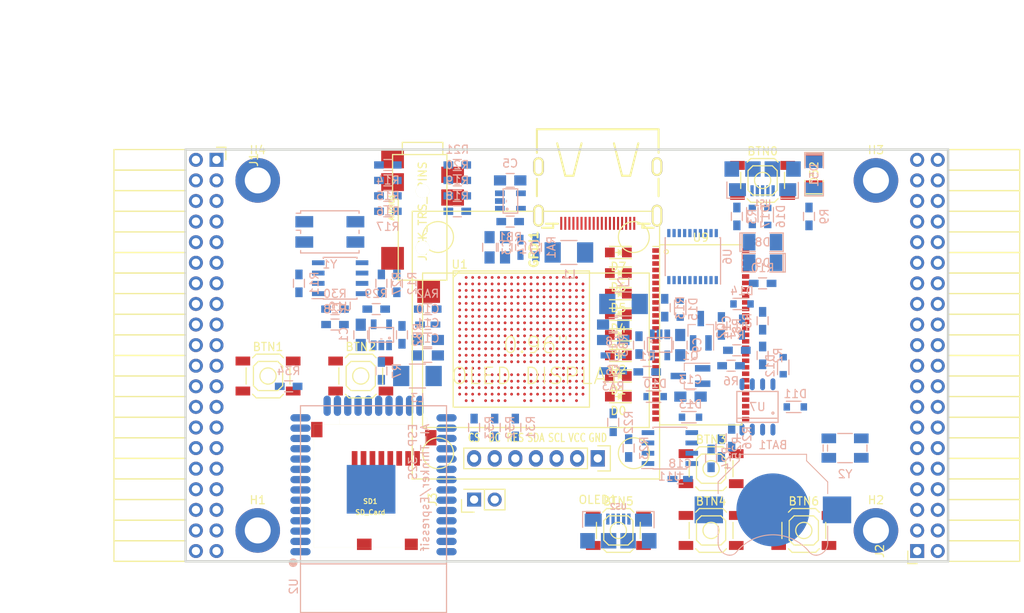
<source format=kicad_pcb>
(kicad_pcb (version 4) (host pcbnew 4.0.5+dfsg1-4)
  (layers (0 F.Cu signal) (1 In1.Cu signal) (2 In2.Cu signal) (31 B.Cu signal) (34 B.Paste user) (35 F.Paste user) (36 B.SilkS user) (37 F.SilkS user) (38 B.Mask user) (39 F.Mask user) (44 Edge.Cuts user))
  (net 0 "")
  (net 1 GND)
  (net 2 +5V)
  (net 3 /gpio/IN5V)
  (net 4 /gpio/OUT5V)
  (net 5 +3V3)
  (net 6 "Net-(L1-Pad1)")
  (net 7 "Net-(L2-Pad1)")
  (net 8 +1V2)
  (net 9 BTN_D)
  (net 10 BTN_F1)
  (net 11 BTN_F2)
  (net 12 BTN_L)
  (net 13 BTN_R)
  (net 14 BTN_U)
  (net 15 /power/FB1)
  (net 16 +2V5)
  (net 17 "Net-(L3-Pad1)")
  (net 18 /power/PWREN)
  (net 19 /power/FB3)
  (net 20 /power/FB2)
  (net 21 "Net-(D9-Pad1)")
  (net 22 /power/VBAT)
  (net 23 SD_3)
  (net 24 JTAG_TDI)
  (net 25 JTAG_TCK)
  (net 26 JTAG_TMS)
  (net 27 JTAG_TDO)
  (net 28 /power/WAKEUPn)
  (net 29 /power/WKUP)
  (net 30 /power/SHUT)
  (net 31 /power/WAKE)
  (net 32 /power/HOLD)
  (net 33 /power/WKn)
  (net 34 /power/OSCI_32k)
  (net 35 /power/OSCO_32k)
  (net 36 FTDI_nSUSPEND)
  (net 37 USB_FTDI_DM)
  (net 38 USB_FTDI_DP)
  (net 39 "Net-(Q2-Pad3)")
  (net 40 SHUTDOWN)
  (net 41 /analog/AUDIO_L)
  (net 42 /analog/AUDIO_R)
  (net 43 GPDI_5V_SCL)
  (net 44 GPDI_5V_SDA)
  (net 45 GPDI_SDA)
  (net 46 GPDI_SCL)
  (net 47 /gpdi/VREF2)
  (net 48 /blinkey/BTNPU)
  (net 49 SD_CMD)
  (net 50 SD_CLK)
  (net 51 SD_D0)
  (net 52 SD_D1)
  (net 53 USB5V)
  (net 54 /gpio/B11)
  (net 55 /gpio/C11)
  (net 56 /gpio/A10)
  (net 57 /gpio/A11)
  (net 58 /gpio/B10)
  (net 59 /gpio/A9)
  (net 60 /gpio/C10)
  (net 61 /gpio/B9)
  (net 62 /gpio/E9)
  (net 63 /gpio/D9)
  (net 64 /gpio/A8)
  (net 65 /gpio/A7)
  (net 66 /gpio/B8)
  (net 67 /gpio/C8)
  (net 68 /gpio/D8)
  (net 69 /gpio/E8)
  (net 70 /gpio/C7)
  (net 71 /gpio/C6)
  (net 72 /gpio/D7)
  (net 73 /gpio/E7)
  (net 74 /gpio/D6)
  (net 75 /gpio/E6)
  (net 76 /gpio/B6)
  (net 77 /gpio/A6)
  (net 78 /gpio/A19)
  (net 79 /gpio/B20)
  (net 80 /gpio/A18)
  (net 81 /gpio/B19)
  (net 82 /gpio/A17)
  (net 83 /gpio/B18)
  (net 84 /gpio/B17)
  (net 85 /gpio/C17)
  (net 86 /gpio/C16)
  (net 87 /gpio/D16)
  (net 88 /gpio/A16)
  (net 89 /gpio/B16)
  (net 90 /gpio/D15)
  (net 91 /gpio/E15)
  (net 92 /gpio/B15)
  (net 93 /gpio/C15)
  (net 94 /gpio/D14)
  (net 95 /gpio/E14)
  (net 96 /gpio/A14)
  (net 97 /gpio/C14)
  (net 98 /gpio/D13)
  (net 99 /gpio/E13)
  (net 100 /gpio/B13)
  (net 101 /gpio/C13)
  (net 102 /gpio/A12)
  (net 103 /gpio/A13)
  (net 104 /gpio/D12)
  (net 105 /gpio/E12)
  (net 106 /gpio/B12)
  (net 107 /gpio/C12)
  (net 108 /gpio/D11)
  (net 109 /gpio/E11)
  (net 110 "Net-(BTN0-Pad1)")
  (net 111 LED0)
  (net 112 LED1)
  (net 113 LED2)
  (net 114 LED3)
  (net 115 LED4)
  (net 116 LED5)
  (net 117 LED6)
  (net 118 LED7)
  (net 119 BTN_PWRn)
  (net 120 GPDI_ETH_N)
  (net 121 GPDI_ETH_P)
  (net 122 GPDI_D2_P)
  (net 123 GPDI_D2_N)
  (net 124 GPDI_D1_P)
  (net 125 GPDI_D1_N)
  (net 126 GPDI_D0_P)
  (net 127 GPDI_D0_N)
  (net 128 GPDI_CLK_P)
  (net 129 GPDI_CLK_N)
  (net 130 GPDI_CEC)
  (net 131 nRESET)
  (net 132 /usb/FT3V3)
  (net 133 FTDI_nDTR)
  (net 134 SDRAM_CKE)
  (net 135 SDRAM_A7)
  (net 136 SDRAM_D15)
  (net 137 SDRAM_BA1)
  (net 138 SDRAM_D7)
  (net 139 SDRAM_A6)
  (net 140 SDRAM_CLK)
  (net 141 SDRAM_D13)
  (net 142 SDRAM_BA0)
  (net 143 SDRAM_D6)
  (net 144 SDRAM_A5)
  (net 145 SDRAM_D14)
  (net 146 SDRAM_A11)
  (net 147 SDRAM_D12)
  (net 148 SDRAM_D5)
  (net 149 SDRAM_A4)
  (net 150 SDRAM_A10)
  (net 151 SDRAM_D11)
  (net 152 SDRAM_A3)
  (net 153 SDRAM_D4)
  (net 154 SDRAM_D10)
  (net 155 SDRAM_D9)
  (net 156 SDRAM_A9)
  (net 157 SDRAM_D3)
  (net 158 SDRAM_D8)
  (net 159 SDRAM_A8)
  (net 160 SDRAM_A2)
  (net 161 SDRAM_A1)
  (net 162 SDRAM_A0)
  (net 163 SDRAM_D2)
  (net 164 SDRAM_D1)
  (net 165 SDRAM_D0)
  (net 166 SDRAM_DQM0)
  (net 167 SDRAM_nCS)
  (net 168 SDRAM_nRAS)
  (net 169 SDRAM_DQM1)
  (net 170 SDRAM_nCAS)
  (net 171 SDRAM_nWE)
  (net 172 /flash/FLASH_nWP)
  (net 173 /flash/FLASH_nHOLD)
  (net 174 /flash/FLASH_MOSI)
  (net 175 /flash/FLASH_MISO)
  (net 176 /flash/FLASH_SCK)
  (net 177 /flash/FLASH_nCS)
  (net 178 /flash/FPGA_PROGRAMN)
  (net 179 /flash/FPGA_DONE)
  (net 180 /flash/FPGA_INITN)
  (net 181 OLED_MOSI)
  (net 182 OLED_RES)
  (net 183 OLED_DC)
  (net 184 OLED_CS)
  (net 185 AUDIO_L3)
  (net 186 AUDIO_L2)
  (net 187 AUDIO_L1)
  (net 188 AUDIO_L0)
  (net 189 AUDIO_R3)
  (net 190 AUDIO_R2)
  (net 191 AUDIO_R1)
  (net 192 AUDIO_R0)
  (net 193 WIFI_EN)
  (net 194 FTDI_nRTS)
  (net 195 WIFI_GPIO2)
  (net 196 FTDI_TXD)
  (net 197 FTDI_RXD)
  (net 198 WIFI_RXD)
  (net 199 WIFI_GPIO0)
  (net 200 FTDI_nCTS)
  (net 201 WIFI_TXD)
  (net 202 FTDI_nRI)
  (net 203 FTDI_nDCD)
  (net 204 WIFI_GPIO15)
  (net 205 /gpdi/CLK_25MHz)
  (module Keystone_3000_1x12mm-CoinCell:Keystone_3000_1x12mm-CoinCell (layer B.Cu) (at 166.49 105.87 180)
    (fp_text reference BAT1 (at 0 8 180) (layer B.SilkS) (effects (justify mirror)))
    (fp_text value CR1225)
    (pad 1 smd rect (at -7.9 0 180) (size 3.5 3.3) (layers B.Cu B.Paste B.Mask) (net 22 /power/VBAT))
    (pad 1 smd rect (at 7.9 0 180) (size 3.5 3.3) (layers B.Cu B.Paste B.Mask) (net 22 /power/VBAT))
    (pad 2 smd circle (at 0 0 180) (size 9 9) (layers B.Cu B.Mask) (net 1 GND))
  )
  (module SMD_Packages:SMD-1206_Pol (layer F.Cu) (at 171.57 64.341 90)
    (fp_text reference D52 (at 0 0 90) (layer F.SilkS))
    (fp_text value 2A)
    (pad 1 smd rect (at -1.651 0 90) (size 1.524 2.032) (layers F.Cu F.Paste F.Mask) (net 4 /gpio/OUT5V))
    (pad 2 smd rect (at 1.651 0 90) (size 1.524 2.032) (layers F.Cu F.Paste F.Mask) (net 2 +5V))
  )
  (module SMD_Packages:SMD-1206_Pol (layer B.Cu) (at 171.57 64.595 270)
    (fp_text reference D51 (at 0 0 270) (layer B.SilkS) (effects (justify mirror)))
    (fp_text value 2A)
    (pad 1 smd rect (at -1.651 0 270) (size 1.524 2.032) (layers B.Cu B.Paste B.Mask) (net 2 +5V))
    (pad 2 smd rect (at 1.651 0 270) (size 1.524 2.032) (layers B.Cu B.Paste B.Mask) (net 3 /gpio/IN5V))
  )
  (module micro-sd:MicroSD_TF02D (layer F.Cu) (at 116.87 110.52 180)
    (fp_text reference SD1 (at 0 5.7 180) (layer F.SilkS) (effects (font (size 0.59944 0.59944) (thickness 0.12446))))
    (fp_text value SD_Card (at 0 4.35 180) (layer F.SilkS) (effects (font (size 0.59944 0.59944) (thickness 0.12446))))
    (pad 1 smd rect (at 1.94 11 180) (size 0.7 1.8) (layers F.Cu F.Paste F.Mask) (net 23 SD_3))
    (pad 2 smd rect (at 0.84 11 180) (size 0.7 1.8) (layers F.Cu F.Paste F.Mask) (net 49 SD_CMD))
    (pad 3 smd rect (at -0.26 11 180) (size 0.7 1.8) (layers F.Cu F.Paste F.Mask) (net 1 GND))
    (pad 4 smd rect (at -1.36 11 180) (size 0.7 1.8) (layers F.Cu F.Paste F.Mask) (net 5 +3V3))
    (pad 5 smd rect (at -2.46 11 180) (size 0.7 1.8) (layers F.Cu F.Paste F.Mask) (net 50 SD_CLK))
    (pad 6 smd rect (at -3.56 11 180) (size 0.7 1.8) (layers F.Cu F.Paste F.Mask) (net 1 GND))
    (pad 7 smd rect (at -4.66 11 180) (size 0.7 1.8) (layers F.Cu F.Paste F.Mask) (net 51 SD_D0))
    (pad 8 smd rect (at -5.76 11 180) (size 0.7 1.8) (layers F.Cu F.Paste F.Mask) (net 52 SD_D1))
    (pad S smd rect (at -5.05 0.4 180) (size 1.6 1.4) (layers F.Cu F.Paste F.Mask))
    (pad S smd rect (at 0.75 0.4 180) (size 1.8 1.4) (layers F.Cu F.Paste F.Mask))
    (pad G smd rect (at -7.45 13.55 180) (size 1.4 1.9) (layers F.Cu F.Paste F.Mask))
    (pad G smd rect (at 6.6 14.55 180) (size 1.4 1.9) (layers F.Cu F.Paste F.Mask))
  )
  (module Resistors_SMD:R_1210_HandSoldering (layer B.Cu) (at 141.344 74.12)
    (fp_text reference L1 (at 0 2.7) (layer B.SilkS) (effects (justify mirror)))
    (fp_text value 2.2uH)
    (pad 1 smd rect (at -2 0) (size 2 2.5) (layers B.Cu B.Paste B.Mask) (net 6 "Net-(L1-Pad1)"))
    (pad 2 smd rect (at 2 0) (size 2 2.5) (layers B.Cu B.Paste B.Mask) (net 8 +1V2))
  )
  (module TSOT-25:TSOT-25 (layer B.Cu) (at 134.135 67.77 90)
    (fp_text reference U3 (at 0 -0.5 90) (layer B.SilkS) (effects (font (size 0.15 0.15) (thickness 0.0375)) (justify mirror)))
    (fp_text value AP3429A)
    (pad 1 smd rect (at -0.95 -1.3 90) (size 0.7 1.2) (layers B.Cu B.Paste B.Mask) (net 18 /power/PWREN))
    (pad 2 smd rect (at 0 -1.3 90) (size 0.7 1.2) (layers B.Cu B.Paste B.Mask) (net 1 GND))
    (pad 3 smd rect (at 0.95 -1.3 90) (size 0.7 1.2) (layers B.Cu B.Paste B.Mask) (net 6 "Net-(L1-Pad1)"))
    (pad 4 smd rect (at 0.95 1.3 90) (size 0.7 1.2) (layers B.Cu B.Paste B.Mask) (net 2 +5V))
    (pad 5 smd rect (at -0.95 1.3 90) (size 0.7 1.2) (layers B.Cu B.Paste B.Mask) (net 15 /power/FB1))
  )
  (module Resistors_SMD:R_1210_HandSoldering (layer B.Cu) (at 148.075 80.47 180)
    (fp_text reference L2 (at 0 2.7 180) (layer B.SilkS) (effects (justify mirror)))
    (fp_text value 2.2uH)
    (pad 1 smd rect (at -2 0 180) (size 2 2.5) (layers B.Cu B.Paste B.Mask) (net 7 "Net-(L2-Pad1)"))
    (pad 2 smd rect (at 2 0 180) (size 2 2.5) (layers B.Cu B.Paste B.Mask) (net 5 +3V3))
  )
  (module TSOT-25:TSOT-25 (layer B.Cu) (at 152.52 85.52)
    (fp_text reference U4 (at 0 -0.5) (layer B.SilkS) (effects (font (size 0.15 0.15) (thickness 0.0375)) (justify mirror)))
    (fp_text value AP3429A)
    (pad 1 smd rect (at -0.95 -1.3) (size 0.7 1.2) (layers B.Cu B.Paste B.Mask) (net 18 /power/PWREN))
    (pad 2 smd rect (at 0 -1.3) (size 0.7 1.2) (layers B.Cu B.Paste B.Mask) (net 1 GND))
    (pad 3 smd rect (at 0.95 -1.3) (size 0.7 1.2) (layers B.Cu B.Paste B.Mask) (net 7 "Net-(L2-Pad1)"))
    (pad 4 smd rect (at 0.95 1.3) (size 0.7 1.2) (layers B.Cu B.Paste B.Mask) (net 2 +5V))
    (pad 5 smd rect (at -0.95 1.3) (size 0.7 1.2) (layers B.Cu B.Paste B.Mask) (net 19 /power/FB3))
  )
  (module Buttons_Switches_SMD:SW_SPST_SKQG (layer F.Cu) (at 104.26 89.36)
    (fp_text reference BTN1 (at 0 -3.6) (layer F.SilkS))
    (fp_text value FIRE1)
    (pad 1 smd rect (at -3.1 -1.85) (size 1.8 1.1) (layers F.Cu F.Paste F.Mask) (net 48 /blinkey/BTNPU))
    (pad 1 smd rect (at 3.1 -1.85) (size 1.8 1.1) (layers F.Cu F.Paste F.Mask) (net 48 /blinkey/BTNPU))
    (pad 2 smd rect (at -3.1 1.85) (size 1.8 1.1) (layers F.Cu F.Paste F.Mask) (net 10 BTN_F1))
    (pad 2 smd rect (at 3.1 1.85) (size 1.8 1.1) (layers F.Cu F.Paste F.Mask) (net 10 BTN_F1))
  )
  (module Buttons_Switches_SMD:SW_SPST_SKQG (layer F.Cu) (at 115.69 89.36)
    (fp_text reference BTN2 (at 0 -3.6) (layer F.SilkS))
    (fp_text value FIRE2)
    (pad 1 smd rect (at -3.1 -1.85) (size 1.8 1.1) (layers F.Cu F.Paste F.Mask) (net 48 /blinkey/BTNPU))
    (pad 1 smd rect (at 3.1 -1.85) (size 1.8 1.1) (layers F.Cu F.Paste F.Mask) (net 48 /blinkey/BTNPU))
    (pad 2 smd rect (at -3.1 1.85) (size 1.8 1.1) (layers F.Cu F.Paste F.Mask) (net 11 BTN_F2))
    (pad 2 smd rect (at 3.1 1.85) (size 1.8 1.1) (layers F.Cu F.Paste F.Mask) (net 11 BTN_F2))
  )
  (module Buttons_Switches_SMD:SW_SPST_SKQG (layer F.Cu) (at 158.87 100.79)
    (fp_text reference BTN3 (at 0 -3.6) (layer F.SilkS))
    (fp_text value UP)
    (pad 1 smd rect (at -3.1 -1.85) (size 1.8 1.1) (layers F.Cu F.Paste F.Mask) (net 48 /blinkey/BTNPU))
    (pad 1 smd rect (at 3.1 -1.85) (size 1.8 1.1) (layers F.Cu F.Paste F.Mask) (net 48 /blinkey/BTNPU))
    (pad 2 smd rect (at -3.1 1.85) (size 1.8 1.1) (layers F.Cu F.Paste F.Mask) (net 14 BTN_U))
    (pad 2 smd rect (at 3.1 1.85) (size 1.8 1.1) (layers F.Cu F.Paste F.Mask) (net 14 BTN_U))
  )
  (module Buttons_Switches_SMD:SW_SPST_SKQG (layer F.Cu) (at 158.87 108.41)
    (fp_text reference BTN4 (at 0 -3.6) (layer F.SilkS))
    (fp_text value DOWN)
    (pad 1 smd rect (at -3.1 -1.85) (size 1.8 1.1) (layers F.Cu F.Paste F.Mask) (net 48 /blinkey/BTNPU))
    (pad 1 smd rect (at 3.1 -1.85) (size 1.8 1.1) (layers F.Cu F.Paste F.Mask) (net 48 /blinkey/BTNPU))
    (pad 2 smd rect (at -3.1 1.85) (size 1.8 1.1) (layers F.Cu F.Paste F.Mask) (net 9 BTN_D))
    (pad 2 smd rect (at 3.1 1.85) (size 1.8 1.1) (layers F.Cu F.Paste F.Mask) (net 9 BTN_D))
  )
  (module Buttons_Switches_SMD:SW_SPST_SKQG (layer F.Cu) (at 147.44 108.41)
    (fp_text reference BTN5 (at 0 -3.6) (layer F.SilkS))
    (fp_text value LEFT)
    (pad 1 smd rect (at -3.1 -1.85) (size 1.8 1.1) (layers F.Cu F.Paste F.Mask) (net 48 /blinkey/BTNPU))
    (pad 1 smd rect (at 3.1 -1.85) (size 1.8 1.1) (layers F.Cu F.Paste F.Mask) (net 48 /blinkey/BTNPU))
    (pad 2 smd rect (at -3.1 1.85) (size 1.8 1.1) (layers F.Cu F.Paste F.Mask) (net 12 BTN_L))
    (pad 2 smd rect (at 3.1 1.85) (size 1.8 1.1) (layers F.Cu F.Paste F.Mask) (net 12 BTN_L))
  )
  (module Buttons_Switches_SMD:SW_SPST_SKQG (layer F.Cu) (at 170.3 108.41)
    (fp_text reference BTN6 (at 0 -3.6) (layer F.SilkS))
    (fp_text value RIGHT)
    (pad 1 smd rect (at -3.1 -1.85) (size 1.8 1.1) (layers F.Cu F.Paste F.Mask) (net 48 /blinkey/BTNPU))
    (pad 1 smd rect (at 3.1 -1.85) (size 1.8 1.1) (layers F.Cu F.Paste F.Mask) (net 48 /blinkey/BTNPU))
    (pad 2 smd rect (at -3.1 1.85) (size 1.8 1.1) (layers F.Cu F.Paste F.Mask) (net 13 BTN_R))
    (pad 2 smd rect (at 3.1 1.85) (size 1.8 1.1) (layers F.Cu F.Paste F.Mask) (net 13 BTN_R))
  )
  (module LEDs:LED_0805 (layer F.Cu) (at 147.44 91.9 180)
    (fp_text reference D0 (at 0 -1.75 180) (layer F.SilkS))
    (fp_text value LED)
    (pad 2 smd rect (at 1.04902 0) (size 1.19888 1.19888) (layers F.Cu F.Paste F.Mask) (net 111 LED0))
    (pad 1 smd rect (at -1.04902 0) (size 1.19888 1.19888) (layers F.Cu F.Paste F.Mask) (net 1 GND))
  )
  (module LEDs:LED_0805 (layer F.Cu) (at 147.44 89.36 180)
    (fp_text reference D1 (at 0 -1.75 180) (layer F.SilkS))
    (fp_text value LED)
    (pad 2 smd rect (at 1.04902 0) (size 1.19888 1.19888) (layers F.Cu F.Paste F.Mask) (net 112 LED1))
    (pad 1 smd rect (at -1.04902 0) (size 1.19888 1.19888) (layers F.Cu F.Paste F.Mask) (net 1 GND))
  )
  (module LEDs:LED_0805 (layer F.Cu) (at 147.44 86.82 180)
    (fp_text reference D2 (at 0 -1.75 180) (layer F.SilkS))
    (fp_text value LED)
    (pad 2 smd rect (at 1.04902 0) (size 1.19888 1.19888) (layers F.Cu F.Paste F.Mask) (net 113 LED2))
    (pad 1 smd rect (at -1.04902 0) (size 1.19888 1.19888) (layers F.Cu F.Paste F.Mask) (net 1 GND))
  )
  (module LEDs:LED_0805 (layer F.Cu) (at 147.44 84.28 180)
    (fp_text reference D3 (at 0 -1.75 180) (layer F.SilkS))
    (fp_text value LED)
    (pad 2 smd rect (at 1.04902 0) (size 1.19888 1.19888) (layers F.Cu F.Paste F.Mask) (net 114 LED3))
    (pad 1 smd rect (at -1.04902 0) (size 1.19888 1.19888) (layers F.Cu F.Paste F.Mask) (net 1 GND))
  )
  (module LEDs:LED_0805 (layer F.Cu) (at 147.44 81.74 180)
    (fp_text reference D4 (at 0 -1.75 180) (layer F.SilkS))
    (fp_text value LED)
    (pad 2 smd rect (at 1.04902 0) (size 1.19888 1.19888) (layers F.Cu F.Paste F.Mask) (net 115 LED4))
    (pad 1 smd rect (at -1.04902 0) (size 1.19888 1.19888) (layers F.Cu F.Paste F.Mask) (net 1 GND))
  )
  (module LEDs:LED_0805 (layer F.Cu) (at 147.44 79.2 180)
    (fp_text reference D5 (at 0 -1.75 180) (layer F.SilkS))
    (fp_text value LED)
    (pad 2 smd rect (at 1.04902 0) (size 1.19888 1.19888) (layers F.Cu F.Paste F.Mask) (net 116 LED5))
    (pad 1 smd rect (at -1.04902 0) (size 1.19888 1.19888) (layers F.Cu F.Paste F.Mask) (net 1 GND))
  )
  (module LEDs:LED_0805 (layer F.Cu) (at 147.44 76.66 180)
    (fp_text reference D6 (at 0 -1.75 180) (layer F.SilkS))
    (fp_text value LED)
    (pad 2 smd rect (at 1.04902 0) (size 1.19888 1.19888) (layers F.Cu F.Paste F.Mask) (net 117 LED6))
    (pad 1 smd rect (at -1.04902 0) (size 1.19888 1.19888) (layers F.Cu F.Paste F.Mask) (net 1 GND))
  )
  (module LEDs:LED_0805 (layer F.Cu) (at 147.44 74.12 180)
    (fp_text reference D7 (at 0 -1.75 180) (layer F.SilkS))
    (fp_text value LED)
    (pad 2 smd rect (at 1.04902 0) (size 1.19888 1.19888) (layers F.Cu F.Paste F.Mask) (net 118 LED7))
    (pad 1 smd rect (at -1.04902 0) (size 1.19888 1.19888) (layers F.Cu F.Paste F.Mask) (net 1 GND))
  )
  (module Resistors_SMD:R_1210_HandSoldering (layer B.Cu) (at 122.675 89.36)
    (fp_text reference L3 (at 0 2.7) (layer B.SilkS) (effects (justify mirror)))
    (fp_text value 2.2uH)
    (pad 1 smd rect (at -2 0) (size 2 2.5) (layers B.Cu B.Paste B.Mask) (net 17 "Net-(L3-Pad1)"))
    (pad 2 smd rect (at 2 0) (size 2 2.5) (layers B.Cu B.Paste B.Mask) (net 16 +2V5))
  )
  (module TSOT-25:TSOT-25 (layer B.Cu) (at 118.23 84.28 180)
    (fp_text reference U5 (at 0 -0.5 180) (layer B.SilkS) (effects (font (size 0.15 0.15) (thickness 0.0375)) (justify mirror)))
    (fp_text value AP3429A)
    (pad 1 smd rect (at -0.95 -1.3 180) (size 0.7 1.2) (layers B.Cu B.Paste B.Mask) (net 18 /power/PWREN))
    (pad 2 smd rect (at 0 -1.3 180) (size 0.7 1.2) (layers B.Cu B.Paste B.Mask) (net 1 GND))
    (pad 3 smd rect (at 0.95 -1.3 180) (size 0.7 1.2) (layers B.Cu B.Paste B.Mask) (net 17 "Net-(L3-Pad1)"))
    (pad 4 smd rect (at 0.95 1.3 180) (size 0.7 1.2) (layers B.Cu B.Paste B.Mask) (net 2 +5V))
    (pad 5 smd rect (at -0.95 1.3 180) (size 0.7 1.2) (layers B.Cu B.Paste B.Mask) (net 20 /power/FB2))
  )
  (module Capacitors_SMD:C_0805_HandSoldering (layer B.Cu) (at 115.69 84.28 270)
    (fp_text reference C1 (at 0 2.1 270) (layer B.SilkS) (effects (justify mirror)))
    (fp_text value 22uF)
    (pad 1 smd rect (at -1.25 0 270) (size 1.5 1.25) (layers B.Cu B.Paste B.Mask) (net 2 +5V))
    (pad 2 smd rect (at 1.25 0 270) (size 1.5 1.25) (layers B.Cu B.Paste B.Mask) (net 1 GND))
  )
  (module Capacitors_SMD:C_0805_HandSoldering (layer B.Cu) (at 131.565 73.485 90)
    (fp_text reference C3 (at 0 2.1 90) (layer B.SilkS) (effects (justify mirror)))
    (fp_text value 22uF)
    (pad 1 smd rect (at -1.25 0 90) (size 1.5 1.25) (layers B.Cu B.Paste B.Mask) (net 8 +1V2))
    (pad 2 smd rect (at 1.25 0 90) (size 1.5 1.25) (layers B.Cu B.Paste B.Mask) (net 1 GND))
  )
  (module Capacitors_SMD:C_0805_HandSoldering (layer B.Cu) (at 133.47 73.485 90)
    (fp_text reference C4 (at 0 2.1 90) (layer B.SilkS) (effects (justify mirror)))
    (fp_text value 22uF)
    (pad 1 smd rect (at -1.25 0 90) (size 1.5 1.25) (layers B.Cu B.Paste B.Mask) (net 8 +1V2))
    (pad 2 smd rect (at 1.25 0 90) (size 1.5 1.25) (layers B.Cu B.Paste B.Mask) (net 1 GND))
  )
  (module Capacitors_SMD:C_0805_HandSoldering (layer B.Cu) (at 134.105 65.23 180)
    (fp_text reference C5 (at 0 2.1 180) (layer B.SilkS) (effects (justify mirror)))
    (fp_text value 22uF)
    (pad 1 smd rect (at -1.25 0 180) (size 1.5 1.25) (layers B.Cu B.Paste B.Mask) (net 2 +5V))
    (pad 2 smd rect (at 1.25 0 180) (size 1.5 1.25) (layers B.Cu B.Paste B.Mask) (net 1 GND))
  )
  (module Capacitors_SMD:C_0805_HandSoldering (layer B.Cu) (at 146.805 84.915)
    (fp_text reference C7 (at 0 2.1) (layer B.SilkS) (effects (justify mirror)))
    (fp_text value 22uF)
    (pad 1 smd rect (at -1.25 0) (size 1.5 1.25) (layers B.Cu B.Paste B.Mask) (net 5 +3V3))
    (pad 2 smd rect (at 1.25 0) (size 1.5 1.25) (layers B.Cu B.Paste B.Mask) (net 1 GND))
  )
  (module Capacitors_SMD:C_0805_HandSoldering (layer B.Cu) (at 146.805 83.01)
    (fp_text reference C8 (at 0 2.1) (layer B.SilkS) (effects (justify mirror)))
    (fp_text value 22uF)
    (pad 1 smd rect (at -1.25 0) (size 1.5 1.25) (layers B.Cu B.Paste B.Mask) (net 5 +3V3))
    (pad 2 smd rect (at 1.25 0) (size 1.5 1.25) (layers B.Cu B.Paste B.Mask) (net 1 GND))
  )
  (module Capacitors_SMD:C_0805_HandSoldering (layer B.Cu) (at 155.06 85.55 90)
    (fp_text reference C9 (at 0 2.1 90) (layer B.SilkS) (effects (justify mirror)))
    (fp_text value 22uF)
    (pad 1 smd rect (at -1.25 0 90) (size 1.5 1.25) (layers B.Cu B.Paste B.Mask) (net 2 +5V))
    (pad 2 smd rect (at 1.25 0 90) (size 1.5 1.25) (layers B.Cu B.Paste B.Mask) (net 1 GND))
  )
  (module Capacitors_SMD:C_0805_HandSoldering (layer B.Cu) (at 123.945 84.915 180)
    (fp_text reference C11 (at 0 2.1 180) (layer B.SilkS) (effects (justify mirror)))
    (fp_text value 22uF)
    (pad 1 smd rect (at -1.25 0 180) (size 1.5 1.25) (layers B.Cu B.Paste B.Mask) (net 16 +2V5))
    (pad 2 smd rect (at 1.25 0 180) (size 1.5 1.25) (layers B.Cu B.Paste B.Mask) (net 1 GND))
  )
  (module Capacitors_SMD:C_0805_HandSoldering (layer B.Cu) (at 123.945 86.82 180)
    (fp_text reference C12 (at 0 2.1 180) (layer B.SilkS) (effects (justify mirror)))
    (fp_text value 22uF)
    (pad 1 smd rect (at -1.25 0 180) (size 1.5 1.25) (layers B.Cu B.Paste B.Mask) (net 16 +2V5))
    (pad 2 smd rect (at 1.25 0 180) (size 1.5 1.25) (layers B.Cu B.Paste B.Mask) (net 1 GND))
  )
  (module SMD_Packages:SMD-1206_Pol (layer B.Cu) (at 165.22 72.85)
    (fp_text reference D8 (at 0 0) (layer B.SilkS) (effects (justify mirror)))
    (fp_text value 2A)
    (pad 1 smd rect (at -1.651 0) (size 1.524 2.032) (layers B.Cu B.Paste B.Mask) (net 2 +5V))
    (pad 2 smd rect (at 1.651 0) (size 1.524 2.032) (layers B.Cu B.Paste B.Mask) (net 53 USB5V))
  )
  (module SMD_Packages:SMD-1206_Pol (layer B.Cu) (at 165.22 75.39 180)
    (fp_text reference D9 (at 0 0 180) (layer B.SilkS) (effects (justify mirror)))
    (fp_text value 2A)
    (pad 1 smd rect (at -1.651 0 180) (size 1.524 2.032) (layers B.Cu B.Paste B.Mask) (net 21 "Net-(D9-Pad1)"))
    (pad 2 smd rect (at 1.651 0 180) (size 1.524 2.032) (layers B.Cu B.Paste B.Mask) (net 2 +5V))
  )
  (module Power_Integrations:SO-8 (layer B.Cu) (at 164.585 93.17 180)
    (fp_text reference U7 (at 0 0 180) (layer B.SilkS) (effects (justify mirror)))
    (fp_text value PCF8523)
    (pad 1 smd oval (at -1.905 -2.794 180) (size 0.6096 1.4732) (layers B.Cu B.Paste B.Mask) (net 34 /power/OSCI_32k))
    (pad 2 smd oval (at -0.635 -2.794 180) (size 0.6096 1.4732) (layers B.Cu B.Paste B.Mask) (net 35 /power/OSCO_32k))
    (pad 3 smd oval (at 0.635 -2.794 180) (size 0.6096 1.4732) (layers B.Cu B.Paste B.Mask) (net 22 /power/VBAT))
    (pad 4 smd oval (at 1.905 -2.794 180) (size 0.6096 1.4732) (layers B.Cu B.Paste B.Mask) (net 1 GND))
    (pad 5 smd oval (at 1.905 2.794 180) (size 0.6096 1.4732) (layers B.Cu B.Paste B.Mask))
    (pad 6 smd oval (at 0.635 2.794 180) (size 0.6096 1.4732) (layers B.Cu B.Paste B.Mask))
    (pad 7 smd oval (at -0.635 2.794 180) (size 0.6096 1.4732) (layers B.Cu B.Paste B.Mask) (net 28 /power/WAKEUPn))
    (pad 8 smd oval (at -1.905 2.794 180) (size 0.6096 1.4732) (layers B.Cu B.Paste B.Mask) (net 16 +2V5))
  )
  (module Capacitors_SMD:C_0805_HandSoldering (layer B.Cu) (at 156.33 91.9 180)
    (fp_text reference C13 (at 0 2.1 180) (layer B.SilkS) (effects (justify mirror)))
    (fp_text value 2.2uF)
    (pad 1 smd rect (at -1.25 0 180) (size 1.5 1.25) (layers B.Cu B.Paste B.Mask) (net 2 +5V))
    (pad 2 smd rect (at 1.25 0 180) (size 1.5 1.25) (layers B.Cu B.Paste B.Mask) (net 29 /power/WKUP))
  )
  (module Diodes_SMD:D_0805 (layer B.Cu) (at 151.978 91.9)
    (fp_text reference D10 (at 0 -1.6) (layer B.SilkS) (effects (justify mirror)))
    (fp_text value 1N4148)
    (pad 1 smd rect (at -1.05 0) (size 0.8 0.9) (layers B.Cu B.Paste B.Mask) (net 31 /power/WAKE))
    (pad 2 smd rect (at 1.05 0) (size 0.8 0.9) (layers B.Cu B.Paste B.Mask) (net 29 /power/WKUP))
  )
  (module Diodes_SMD:D_0805 (layer B.Cu) (at 169.25 93.17)
    (fp_text reference D11 (at 0 -1.6) (layer B.SilkS) (effects (justify mirror)))
    (fp_text value 1N4148)
    (pad 1 smd rect (at -1.05 0) (size 0.8 0.9) (layers B.Cu B.Paste B.Mask) (net 32 /power/HOLD))
    (pad 2 smd rect (at 1.05 0) (size 0.8 0.9) (layers B.Cu B.Paste B.Mask) (net 5 +3V3))
  )
  (module Diodes_SMD:D_0805 (layer B.Cu) (at 155.06 81.105 270)
    (fp_text reference D15 (at 0 -1.6 270) (layer B.SilkS) (effects (justify mirror)))
    (fp_text value BAT42)
    (pad 1 smd rect (at -1.05 0 270) (size 0.8 0.9) (layers B.Cu B.Paste B.Mask) (net 30 /power/SHUT))
    (pad 2 smd rect (at 1.05 0 270) (size 0.8 0.9) (layers B.Cu B.Paste B.Mask) (net 40 SHUTDOWN))
  )
  (module Diodes_SMD:D_0805 (layer B.Cu) (at 167.76 88.09 90)
    (fp_text reference D12 (at 0 -1.6 90) (layer B.SilkS) (effects (justify mirror)))
    (fp_text value 1N4148)
    (pad 1 smd rect (at -1.05 0 90) (size 0.8 0.9) (layers B.Cu B.Paste B.Mask) (net 18 /power/PWREN))
    (pad 2 smd rect (at 1.05 0 90) (size 0.8 0.9) (layers B.Cu B.Paste B.Mask) (net 36 FTDI_nSUSPEND))
  )
  (module usb_otg:USB-MICRO-B-FCI-10118192-0001LF (layer B.Cu) (at 165.22 63.825)
    (fp_text reference US1 (at 0 4.2) (layer B.SilkS) (effects (font (size 0.7 0.7)) (justify mirror)))
    (fp_text value USB_FTDI hide)
    (pad 6 smd rect (at -3.1 2.55) (size 2.1 1.6) (layers B.Cu B.Paste B.Mask) (net 1 GND))
    (pad 6 smd rect (at 3.1 2.55) (size 2.1 1.6) (layers B.Cu B.Paste B.Mask) (net 1 GND))
    (pad "" smd rect (at -1.2 0) (size 1.9 1.9) (layers B.Cu B.Paste B.Mask))
    (pad "" smd rect (at 1.2 0) (size 1.9 1.9) (layers B.Cu B.Paste B.Mask))
    (pad 1 smd rect (at -1.3 2.675) (size 0.4 1.35) (layers B.Cu B.Paste B.Mask) (net 53 USB5V))
    (pad 2 smd rect (at -0.65 2.675) (size 0.4 1.35) (layers B.Cu B.Paste B.Mask) (net 37 USB_FTDI_DM))
    (pad 3 smd rect (at 0 2.675) (size 0.4 1.35) (layers B.Cu B.Paste B.Mask) (net 38 USB_FTDI_DP))
    (pad 4 smd rect (at 0.65 2.675) (size 0.4 1.35) (layers B.Cu B.Paste B.Mask))
    (pad 5 smd rect (at 1.3 2.675) (size 0.4 1.35) (layers B.Cu B.Paste B.Mask) (net 1 GND))
    (pad "" smd rect (at -3.8 0) (size 1.8 1.9) (layers B.Cu B.Paste B.Mask))
    (pad "" smd rect (at 3.8 0) (size 1.8 1.9) (layers B.Cu B.Paste B.Mask))
  )
  (module usb_otg:USB-MICRO-B-FCI-10118192-0001LF (layer B.Cu) (at 147.44 109.68 180)
    (fp_text reference US2 (at 0 4.2 180) (layer B.SilkS) (effects (font (size 0.7 0.7)) (justify mirror)))
    (fp_text value USB_FPGA hide)
    (pad 6 smd rect (at -3.1 2.55 180) (size 2.1 1.6) (layers B.Cu B.Paste B.Mask) (net 1 GND))
    (pad 6 smd rect (at 3.1 2.55 180) (size 2.1 1.6) (layers B.Cu B.Paste B.Mask) (net 1 GND))
    (pad "" smd rect (at -1.2 0 180) (size 1.9 1.9) (layers B.Cu B.Paste B.Mask))
    (pad "" smd rect (at 1.2 0 180) (size 1.9 1.9) (layers B.Cu B.Paste B.Mask))
    (pad 1 smd rect (at -1.3 2.675 180) (size 0.4 1.35) (layers B.Cu B.Paste B.Mask) (net 21 "Net-(D9-Pad1)"))
    (pad 2 smd rect (at -0.65 2.675 180) (size 0.4 1.35) (layers B.Cu B.Paste B.Mask))
    (pad 3 smd rect (at 0 2.675 180) (size 0.4 1.35) (layers B.Cu B.Paste B.Mask))
    (pad 4 smd rect (at 0.65 2.675 180) (size 0.4 1.35) (layers B.Cu B.Paste B.Mask))
    (pad 5 smd rect (at 1.3 2.675 180) (size 0.4 1.35) (layers B.Cu B.Paste B.Mask) (net 1 GND))
    (pad "" smd rect (at -3.8 0 180) (size 1.8 1.9) (layers B.Cu B.Paste B.Mask))
    (pad "" smd rect (at 3.8 0 180) (size 1.8 1.9) (layers B.Cu B.Paste B.Mask))
  )
  (module audio-jack:CUI_SJ-43516-SMT (layer F.Cu) (at 123.31 69.04 270)
    (fp_text reference AUDIO1 (at -0.5 3.8 270) (layer F.SilkS) (effects (font (size 0.6096 0.6096) (thickness 0.1524))))
    (fp_text value JACK_TRS_6PINS (at 0 0 270) (layer F.SilkS))
    (pad 1 smd rect (at -6.4 3.7 270) (size 2.2 2.8) (layers F.Cu F.Paste F.Mask) (net 41 /analog/AUDIO_L))
    (pad 4 smd rect (at -3.6 3.7 270) (size 2.2 2.8) (layers F.Cu F.Paste F.Mask))
    (pad 2 smd rect (at 5.8 3.7 270) (size 2.8 2.8) (layers F.Cu F.Paste F.Mask) (net 1 GND))
    (pad 5 smd rect (at 9.9 -0.75 270) (size 2.8 2.8) (layers F.Cu F.Paste F.Mask))
    (pad 3 smd rect (at -1.7 -3.7 270) (size 2 2.8) (layers F.Cu F.Paste F.Mask) (net 42 /analog/AUDIO_R))
    (pad 6 smd rect (at -4.5 -3.7 270) (size 2 2.8) (layers F.Cu F.Paste F.Mask))
    (pad "" np_thru_hole circle (at -2.5 0 270) (size 1.7 1.7) (drill 1.7) (layers *.Cu *.Mask F.SilkS) (clearance 0.4))
    (pad "" np_thru_hole circle (at 4.5 0 270) (size 1.7 1.7) (drill 1.7) (layers *.Cu *.Mask F.SilkS) (clearance 0.4))
  )
  (module TSOP54:TSOP54 (layer F.Cu) (at 157.6 84.28)
    (fp_text reference U9 (at 0 -12) (layer F.SilkS))
    (fp_text value MT48LC16M16A2TG)
    (pad 28 smd rect (at 5.53 10.4) (size 0.9 0.56) (layers F.Cu F.Paste F.Mask) (net 1 GND))
    (pad 1 smd rect (at -5.53 -10.4) (size 0.9 0.56) (layers F.Cu F.Paste F.Mask) (net 5 +3V3))
    (pad 2 smd rect (at -5.53 -9.6) (size 0.9 0.56) (layers F.Cu F.Paste F.Mask) (net 165 SDRAM_D0))
    (pad 3 smd rect (at -5.53 -8.8) (size 0.9 0.56) (layers F.Cu F.Paste F.Mask) (net 5 +3V3))
    (pad 4 smd rect (at -5.53 -8) (size 0.9 0.56) (layers F.Cu F.Paste F.Mask) (net 164 SDRAM_D1))
    (pad 5 smd rect (at -5.53 -7.2) (size 0.9 0.56) (layers F.Cu F.Paste F.Mask) (net 163 SDRAM_D2))
    (pad 6 smd rect (at -5.53 -6.4) (size 0.9 0.56) (layers F.Cu F.Paste F.Mask) (net 1 GND))
    (pad 7 smd rect (at -5.53 -5.6) (size 0.9 0.56) (layers F.Cu F.Paste F.Mask) (net 157 SDRAM_D3))
    (pad 8 smd rect (at -5.53 -4.8) (size 0.9 0.56) (layers F.Cu F.Paste F.Mask) (net 153 SDRAM_D4))
    (pad 9 smd rect (at -5.53 -4) (size 0.9 0.56) (layers F.Cu F.Paste F.Mask) (net 5 +3V3))
    (pad 10 smd rect (at -5.53 -3.2) (size 0.9 0.56) (layers F.Cu F.Paste F.Mask) (net 148 SDRAM_D5))
    (pad 11 smd rect (at -5.53 -2.4) (size 0.9 0.56) (layers F.Cu F.Paste F.Mask) (net 143 SDRAM_D6))
    (pad 12 smd rect (at -5.53 -1.6) (size 0.9 0.56) (layers F.Cu F.Paste F.Mask) (net 1 GND))
    (pad 13 smd rect (at -5.53 -0.8) (size 0.9 0.56) (layers F.Cu F.Paste F.Mask) (net 138 SDRAM_D7))
    (pad 14 smd rect (at -5.53 0) (size 0.9 0.56) (layers F.Cu F.Paste F.Mask) (net 5 +3V3))
    (pad 15 smd rect (at -5.53 0.8) (size 0.9 0.56) (layers F.Cu F.Paste F.Mask) (net 166 SDRAM_DQM0))
    (pad 16 smd rect (at -5.53 1.6) (size 0.9 0.56) (layers F.Cu F.Paste F.Mask) (net 171 SDRAM_nWE))
    (pad 17 smd rect (at -5.53 2.4) (size 0.9 0.56) (layers F.Cu F.Paste F.Mask) (net 170 SDRAM_nCAS))
    (pad 18 smd rect (at -5.53 3.2) (size 0.9 0.56) (layers F.Cu F.Paste F.Mask) (net 168 SDRAM_nRAS))
    (pad 19 smd rect (at -5.53 4) (size 0.9 0.56) (layers F.Cu F.Paste F.Mask) (net 167 SDRAM_nCS))
    (pad 20 smd rect (at -5.53 4.8) (size 0.9 0.56) (layers F.Cu F.Paste F.Mask) (net 142 SDRAM_BA0))
    (pad 21 smd rect (at -5.53 5.6) (size 0.9 0.56) (layers F.Cu F.Paste F.Mask) (net 137 SDRAM_BA1))
    (pad 22 smd rect (at -5.53 6.4) (size 0.9 0.56) (layers F.Cu F.Paste F.Mask) (net 150 SDRAM_A10))
    (pad 23 smd rect (at -5.53 7.2) (size 0.9 0.56) (layers F.Cu F.Paste F.Mask) (net 162 SDRAM_A0))
    (pad 24 smd rect (at -5.53 8) (size 0.9 0.56) (layers F.Cu F.Paste F.Mask) (net 161 SDRAM_A1))
    (pad 25 smd rect (at -5.53 8.8) (size 0.9 0.56) (layers F.Cu F.Paste F.Mask) (net 160 SDRAM_A2))
    (pad 26 smd rect (at -5.53 9.6) (size 0.9 0.56) (layers F.Cu F.Paste F.Mask) (net 152 SDRAM_A3))
    (pad 27 smd rect (at -5.53 10.4) (size 0.9 0.56) (layers F.Cu F.Paste F.Mask) (net 5 +3V3))
    (pad 29 smd rect (at 5.53 9.6) (size 0.9 0.56) (layers F.Cu F.Paste F.Mask) (net 149 SDRAM_A4))
    (pad 30 smd rect (at 5.53 8.8) (size 0.9 0.56) (layers F.Cu F.Paste F.Mask) (net 144 SDRAM_A5))
    (pad 31 smd rect (at 5.53 8) (size 0.9 0.56) (layers F.Cu F.Paste F.Mask) (net 139 SDRAM_A6))
    (pad 32 smd rect (at 5.53 7.2) (size 0.9 0.56) (layers F.Cu F.Paste F.Mask) (net 135 SDRAM_A7))
    (pad 33 smd rect (at 5.53 6.4) (size 0.9 0.56) (layers F.Cu F.Paste F.Mask) (net 159 SDRAM_A8))
    (pad 34 smd rect (at 5.53 5.6) (size 0.9 0.56) (layers F.Cu F.Paste F.Mask) (net 156 SDRAM_A9))
    (pad 35 smd rect (at 5.53 4.8) (size 0.9 0.56) (layers F.Cu F.Paste F.Mask) (net 146 SDRAM_A11))
    (pad 36 smd rect (at 5.53 4) (size 0.9 0.56) (layers F.Cu F.Paste F.Mask))
    (pad 37 smd rect (at 5.53 3.2) (size 0.9 0.56) (layers F.Cu F.Paste F.Mask) (net 134 SDRAM_CKE))
    (pad 38 smd rect (at 5.53 2.4) (size 0.9 0.56) (layers F.Cu F.Paste F.Mask) (net 140 SDRAM_CLK))
    (pad 39 smd rect (at 5.53 1.6) (size 0.9 0.56) (layers F.Cu F.Paste F.Mask) (net 169 SDRAM_DQM1))
    (pad 40 smd rect (at 5.53 0.8) (size 0.9 0.56) (layers F.Cu F.Paste F.Mask))
    (pad 41 smd rect (at 5.53 0) (size 0.9 0.56) (layers F.Cu F.Paste F.Mask) (net 1 GND))
    (pad 42 smd rect (at 5.53 -0.8) (size 0.9 0.56) (layers F.Cu F.Paste F.Mask) (net 158 SDRAM_D8))
    (pad 43 smd rect (at 5.53 -1.6) (size 0.9 0.56) (layers F.Cu F.Paste F.Mask) (net 5 +3V3))
    (pad 44 smd rect (at 5.53 -2.4) (size 0.9 0.56) (layers F.Cu F.Paste F.Mask) (net 155 SDRAM_D9))
    (pad 45 smd rect (at 5.53 -3.2) (size 0.9 0.56) (layers F.Cu F.Paste F.Mask) (net 154 SDRAM_D10))
    (pad 46 smd rect (at 5.53 -4) (size 0.9 0.56) (layers F.Cu F.Paste F.Mask) (net 1 GND))
    (pad 47 smd rect (at 5.53 -4.8) (size 0.9 0.56) (layers F.Cu F.Paste F.Mask) (net 151 SDRAM_D11))
    (pad 48 smd rect (at 5.53 -5.6) (size 0.9 0.56) (layers F.Cu F.Paste F.Mask) (net 147 SDRAM_D12))
    (pad 49 smd rect (at 5.53 -6.4) (size 0.9 0.56) (layers F.Cu F.Paste F.Mask) (net 5 +3V3))
    (pad 50 smd rect (at 5.53 -7.2) (size 0.9 0.56) (layers F.Cu F.Paste F.Mask) (net 141 SDRAM_D13))
    (pad 51 smd rect (at 5.53 -8) (size 0.9 0.56) (layers F.Cu F.Paste F.Mask) (net 145 SDRAM_D14))
    (pad 52 smd rect (at 5.53 -8.8) (size 0.9 0.56) (layers F.Cu F.Paste F.Mask) (net 1 GND))
    (pad 53 smd rect (at 5.53 -9.6) (size 0.9 0.56) (layers F.Cu F.Paste F.Mask) (net 136 SDRAM_D15))
    (pad 54 smd rect (at 5.53 -10.4) (size 0.9 0.56) (layers F.Cu F.Paste F.Mask) (net 1 GND))
  )
  (module TO_SOT_Packages_SMD:SOT-23_Handsoldering (layer B.Cu) (at 156.33 89.36 180)
    (fp_text reference Q1 (at 0 2.5 180) (layer B.SilkS) (effects (justify mirror)))
    (fp_text value BC857)
    (pad 1 smd rect (at -1.5 0.95 180) (size 1.9 0.8) (layers B.Cu B.Paste B.Mask) (net 33 /power/WKn))
    (pad 2 smd rect (at -1.5 -0.95 180) (size 1.9 0.8) (layers B.Cu B.Paste B.Mask) (net 2 +5V))
    (pad 3 smd rect (at 1.5 0 180) (size 1.9 0.8) (layers B.Cu B.Paste B.Mask) (net 29 /power/WKUP))
  )
  (module TO_SOT_Packages_SMD:SOT-23_Handsoldering (layer B.Cu) (at 157.6 83.772 90)
    (fp_text reference Q2 (at 0 2.5 90) (layer B.SilkS) (effects (justify mirror)))
    (fp_text value 2N7002)
    (pad 1 smd rect (at -1.5 0.95 90) (size 1.9 0.8) (layers B.Cu B.Paste B.Mask) (net 30 /power/SHUT))
    (pad 2 smd rect (at -1.5 -0.95 90) (size 1.9 0.8) (layers B.Cu B.Paste B.Mask) (net 1 GND))
    (pad 3 smd rect (at 1.5 0 90) (size 1.9 0.8) (layers B.Cu B.Paste B.Mask) (net 39 "Net-(Q2-Pad3)"))
  )
  (module Capacitors_SMD:C_0603_HandSoldering (layer B.Cu) (at 135.375 73.485 90)
    (fp_text reference C2 (at 0 1.9 90) (layer B.SilkS) (effects (justify mirror)))
    (fp_text value 470pF)
    (pad 1 smd rect (at -0.95 0 90) (size 1.2 0.75) (layers B.Cu B.Paste B.Mask) (net 8 +1V2))
    (pad 2 smd rect (at 0.95 0 90) (size 1.2 0.75) (layers B.Cu B.Paste B.Mask) (net 15 /power/FB1))
  )
  (module Capacitors_SMD:C_0603_HandSoldering (layer B.Cu) (at 146.805 86.82)
    (fp_text reference C6 (at 0 1.9) (layer B.SilkS) (effects (justify mirror)))
    (fp_text value 470pF)
    (pad 1 smd rect (at -0.95 0) (size 1.2 0.75) (layers B.Cu B.Paste B.Mask) (net 5 +3V3))
    (pad 2 smd rect (at 0.95 0) (size 1.2 0.75) (layers B.Cu B.Paste B.Mask) (net 19 /power/FB3))
  )
  (module Capacitors_SMD:C_0603_HandSoldering (layer B.Cu) (at 123.945 83.01 180)
    (fp_text reference C10 (at 0 1.9 180) (layer B.SilkS) (effects (justify mirror)))
    (fp_text value 470pF)
    (pad 1 smd rect (at -0.95 0 180) (size 1.2 0.75) (layers B.Cu B.Paste B.Mask) (net 16 +2V5))
    (pad 2 smd rect (at 0.95 0 180) (size 1.2 0.75) (layers B.Cu B.Paste B.Mask) (net 20 /power/FB2))
  )
  (module Capacitors_SMD:C_0603_HandSoldering (layer B.Cu) (at 162.68 83.33 270)
    (fp_text reference C14 (at 0 1.9 270) (layer B.SilkS) (effects (justify mirror)))
    (fp_text value 100nF)
    (pad 1 smd rect (at -0.95 0 270) (size 1.2 0.75) (layers B.Cu B.Paste B.Mask) (net 30 /power/SHUT))
    (pad 2 smd rect (at 0.95 0 270) (size 1.2 0.75) (layers B.Cu B.Paste B.Mask) (net 1 GND))
  )
  (module Resistors_SMD:R_0603_HandSoldering (layer B.Cu) (at 150.996 88.852 180)
    (fp_text reference R1 (at 0 1.9 180) (layer B.SilkS) (effects (justify mirror)))
    (fp_text value 15k)
    (pad 1 smd rect (at -1.1 0 180) (size 1.2 0.9) (layers B.Cu B.Paste B.Mask) (net 31 /power/WAKE))
    (pad 2 smd rect (at 1.1 0 180) (size 1.2 0.9) (layers B.Cu B.Paste B.Mask) (net 18 /power/PWREN))
  )
  (module Resistors_SMD:R_0603_HandSoldering (layer B.Cu) (at 165.22 86.82 90)
    (fp_text reference R2 (at 0 1.9 90) (layer B.SilkS) (effects (justify mirror)))
    (fp_text value 47k)
    (pad 1 smd rect (at -1.1 0 90) (size 1.2 0.9) (layers B.Cu B.Paste B.Mask) (net 18 /power/PWREN))
    (pad 2 smd rect (at 1.1 0 90) (size 1.2 0.9) (layers B.Cu B.Paste B.Mask) (net 1 GND))
  )
  (module Resistors_SMD:R_0603_HandSoldering (layer B.Cu) (at 162.045 86.185 180)
    (fp_text reference R4 (at 0 1.9 180) (layer B.SilkS) (effects (justify mirror)))
    (fp_text value 15k)
    (pad 1 smd rect (at -1.1 0 180) (size 1.2 0.9) (layers B.Cu B.Paste B.Mask) (net 32 /power/HOLD))
    (pad 2 smd rect (at 1.1 0 180) (size 1.2 0.9) (layers B.Cu B.Paste B.Mask) (net 18 /power/PWREN))
  )
  (module Resistors_SMD:R_0603_HandSoldering (layer B.Cu) (at 165.22 82.545 270)
    (fp_text reference R5 (at 0 1.9 270) (layer B.SilkS) (effects (justify mirror)))
    (fp_text value 4.7M)
    (pad 1 smd rect (at -1.1 0 270) (size 1.2 0.9) (layers B.Cu B.Paste B.Mask) (net 30 /power/SHUT))
    (pad 2 smd rect (at 1.1 0 270) (size 1.2 0.9) (layers B.Cu B.Paste B.Mask) (net 1 GND))
  )
  (module Resistors_SMD:R_0603_HandSoldering (layer B.Cu) (at 161.33 88.09)
    (fp_text reference R6 (at 0 1.9) (layer B.SilkS) (effects (justify mirror)))
    (fp_text value 1k)
    (pad 1 smd rect (at -1.1 0) (size 1.2 0.9) (layers B.Cu B.Paste B.Mask) (net 33 /power/WKn))
    (pad 2 smd rect (at 1.1 0) (size 1.2 0.9) (layers B.Cu B.Paste B.Mask) (net 28 /power/WAKEUPn))
  )
  (module Resistors_SMD:R_0603_HandSoldering (layer B.Cu) (at 118.23 88.725 90)
    (fp_text reference R7 (at 0 1.9 90) (layer B.SilkS) (effects (justify mirror)))
    (fp_text value 220)
    (pad 1 smd rect (at -1.1 0 90) (size 1.2 0.9) (layers B.Cu B.Paste B.Mask) (net 5 +3V3))
    (pad 2 smd rect (at 1.1 0 90) (size 1.2 0.9) (layers B.Cu B.Paste B.Mask) (net 48 /blinkey/BTNPU))
  )
  (module Resistors_SMD:R_0603_HandSoldering (layer B.Cu) (at 160.14 83.18 90)
    (fp_text reference R8 (at 0 1.9 90) (layer B.SilkS) (effects (justify mirror)))
    (fp_text value 1k)
    (pad 1 smd rect (at -1.1 0 90) (size 1.2 0.9) (layers B.Cu B.Paste B.Mask) (net 18 /power/PWREN))
    (pad 2 smd rect (at 1.1 0 90) (size 1.2 0.9) (layers B.Cu B.Paste B.Mask) (net 39 "Net-(Q2-Pad3)"))
  )
  (module Resistors_SMD:R_0603_HandSoldering (layer B.Cu) (at 170.935 69.675 90)
    (fp_text reference R9 (at 0 1.9 90) (layer B.SilkS) (effects (justify mirror)))
    (fp_text value 15k)
    (pad 1 smd rect (at -1.1 0 90) (size 1.2 0.9) (layers B.Cu B.Paste B.Mask) (net 131 nRESET))
    (pad 2 smd rect (at 1.1 0 90) (size 1.2 0.9) (layers B.Cu B.Paste B.Mask) (net 132 /usb/FT3V3))
  )
  (module Resistors_SMD:R_0603_HandSoldering (layer B.Cu) (at 165.22 77.93 180)
    (fp_text reference R10 (at 0 1.9 180) (layer B.SilkS) (effects (justify mirror)))
    (fp_text value 220)
    (pad 1 smd rect (at -1.1 0 180) (size 1.2 0.9) (layers B.Cu B.Paste B.Mask) (net 36 FTDI_nSUSPEND))
    (pad 2 smd rect (at 1.1 0 180) (size 1.2 0.9) (layers B.Cu B.Paste B.Mask) (net 133 FTDI_nDTR))
  )
  (module Resistors_SMD:R_0603_HandSoldering (layer B.Cu) (at 153.155 80.935 90)
    (fp_text reference R13 (at 0 1.9 90) (layer B.SilkS) (effects (justify mirror)))
    (fp_text value 15k)
    (pad 1 smd rect (at -1.1 0 90) (size 1.2 0.9) (layers B.Cu B.Paste B.Mask) (net 40 SHUTDOWN))
    (pad 2 smd rect (at 1.1 0 90) (size 1.2 0.9) (layers B.Cu B.Paste B.Mask) (net 1 GND))
  )
  (module Resistors_SMD:R_0603_HandSoldering (layer B.Cu) (at 137.28 73.485 90)
    (fp_text reference RA1 (at 0 1.9 90) (layer B.SilkS) (effects (justify mirror)))
    (fp_text value 15k)
    (pad 1 smd rect (at -1.1 0 90) (size 1.2 0.9) (layers B.Cu B.Paste B.Mask) (net 8 +1V2))
    (pad 2 smd rect (at 1.1 0 90) (size 1.2 0.9) (layers B.Cu B.Paste B.Mask) (net 15 /power/FB1))
  )
  (module Resistors_SMD:R_0603_HandSoldering (layer B.Cu) (at 123.945 81.105 180)
    (fp_text reference RA2 (at 0 1.9 180) (layer B.SilkS) (effects (justify mirror)))
    (fp_text value 15k)
    (pad 1 smd rect (at -1.1 0 180) (size 1.2 0.9) (layers B.Cu B.Paste B.Mask) (net 16 +2V5))
    (pad 2 smd rect (at 1.1 0 180) (size 1.2 0.9) (layers B.Cu B.Paste B.Mask) (net 20 /power/FB2))
  )
  (module Resistors_SMD:R_0603_HandSoldering (layer B.Cu) (at 146.805 88.725)
    (fp_text reference RA3 (at 0 1.9) (layer B.SilkS) (effects (justify mirror)))
    (fp_text value 15k)
    (pad 1 smd rect (at -1.1 0) (size 1.2 0.9) (layers B.Cu B.Paste B.Mask) (net 5 +3V3))
    (pad 2 smd rect (at 1.1 0) (size 1.2 0.9) (layers B.Cu B.Paste B.Mask) (net 19 /power/FB3))
  )
  (module Resistors_SMD:R_0603_HandSoldering (layer B.Cu) (at 134.105 70.31)
    (fp_text reference RB1 (at 0 1.9) (layer B.SilkS) (effects (justify mirror)))
    (fp_text value 15k)
    (pad 1 smd rect (at -1.1 0) (size 1.2 0.9) (layers B.Cu B.Paste B.Mask) (net 1 GND))
    (pad 2 smd rect (at 1.1 0) (size 1.2 0.9) (layers B.Cu B.Paste B.Mask) (net 15 /power/FB1))
  )
  (module Resistors_SMD:R_0603_HandSoldering (layer B.Cu) (at 120.77 84.28 90)
    (fp_text reference RB2 (at 0 1.9 90) (layer B.SilkS) (effects (justify mirror)))
    (fp_text value 4.7k)
    (pad 1 smd rect (at -1.1 0 90) (size 1.2 0.9) (layers B.Cu B.Paste B.Mask) (net 1 GND))
    (pad 2 smd rect (at 1.1 0 90) (size 1.2 0.9) (layers B.Cu B.Paste B.Mask) (net 20 /power/FB2))
  )
  (module Resistors_SMD:R_0603_HandSoldering (layer B.Cu) (at 149.98 85.55 270)
    (fp_text reference RB3 (at 0 1.9 270) (layer B.SilkS) (effects (justify mirror)))
    (fp_text value 3.3k)
    (pad 1 smd rect (at -1.1 0 270) (size 1.2 0.9) (layers B.Cu B.Paste B.Mask) (net 1 GND))
    (pad 2 smd rect (at 1.1 0 270) (size 1.2 0.9) (layers B.Cu B.Paste B.Mask) (net 19 /power/FB3))
  )
  (module Resistors_SMD:R_0603_HandSoldering (layer B.Cu) (at 119.033 63.325)
    (fp_text reference R14 (at 0 1.9) (layer B.SilkS) (effects (justify mirror)))
    (fp_text value 800)
    (pad 1 smd rect (at -1.1 0) (size 1.2 0.9) (layers B.Cu B.Paste B.Mask) (net 185 AUDIO_L3))
    (pad 2 smd rect (at 1.1 0) (size 1.2 0.9) (layers B.Cu B.Paste B.Mask) (net 41 /analog/AUDIO_L))
  )
  (module Resistors_SMD:R_0603_HandSoldering (layer B.Cu) (at 119.033 65.231)
    (fp_text reference R15 (at 0 1.9) (layer B.SilkS) (effects (justify mirror)))
    (fp_text value 400)
    (pad 1 smd rect (at -1.1 0) (size 1.2 0.9) (layers B.Cu B.Paste B.Mask) (net 186 AUDIO_L2))
    (pad 2 smd rect (at 1.1 0) (size 1.2 0.9) (layers B.Cu B.Paste B.Mask) (net 41 /analog/AUDIO_L))
  )
  (module Resistors_SMD:R_0603_HandSoldering (layer B.Cu) (at 119.033 67.135)
    (fp_text reference R16 (at 0 1.9) (layer B.SilkS) (effects (justify mirror)))
    (fp_text value 200)
    (pad 1 smd rect (at -1.1 0) (size 1.2 0.9) (layers B.Cu B.Paste B.Mask) (net 187 AUDIO_L1))
    (pad 2 smd rect (at 1.1 0) (size 1.2 0.9) (layers B.Cu B.Paste B.Mask) (net 41 /analog/AUDIO_L))
  )
  (module Resistors_SMD:R_0603_HandSoldering (layer B.Cu) (at 119.033 69.04)
    (fp_text reference R17 (at 0 1.9) (layer B.SilkS) (effects (justify mirror)))
    (fp_text value 100)
    (pad 1 smd rect (at -1.1 0) (size 1.2 0.9) (layers B.Cu B.Paste B.Mask) (net 188 AUDIO_L0))
    (pad 2 smd rect (at 1.1 0) (size 1.2 0.9) (layers B.Cu B.Paste B.Mask) (net 41 /analog/AUDIO_L))
  )
  (module Resistors_SMD:R_0603_HandSoldering (layer B.Cu) (at 127.587 69.04 180)
    (fp_text reference R18 (at 0 1.9 180) (layer B.SilkS) (effects (justify mirror)))
    (fp_text value 800)
    (pad 1 smd rect (at -1.1 0 180) (size 1.2 0.9) (layers B.Cu B.Paste B.Mask) (net 189 AUDIO_R3))
    (pad 2 smd rect (at 1.1 0 180) (size 1.2 0.9) (layers B.Cu B.Paste B.Mask) (net 42 /analog/AUDIO_R))
  )
  (module Resistors_SMD:R_0603_HandSoldering (layer B.Cu) (at 127.587 67.135 180)
    (fp_text reference R19 (at 0 1.9 180) (layer B.SilkS) (effects (justify mirror)))
    (fp_text value 400)
    (pad 1 smd rect (at -1.1 0 180) (size 1.2 0.9) (layers B.Cu B.Paste B.Mask) (net 190 AUDIO_R2))
    (pad 2 smd rect (at 1.1 0 180) (size 1.2 0.9) (layers B.Cu B.Paste B.Mask) (net 42 /analog/AUDIO_R))
  )
  (module Resistors_SMD:R_0603_HandSoldering (layer B.Cu) (at 127.587 65.23 180)
    (fp_text reference R20 (at 0 1.9 180) (layer B.SilkS) (effects (justify mirror)))
    (fp_text value 200)
    (pad 1 smd rect (at -1.1 0 180) (size 1.2 0.9) (layers B.Cu B.Paste B.Mask) (net 191 AUDIO_R1))
    (pad 2 smd rect (at 1.1 0 180) (size 1.2 0.9) (layers B.Cu B.Paste B.Mask) (net 42 /analog/AUDIO_R))
  )
  (module Resistors_SMD:R_0603_HandSoldering (layer B.Cu) (at 127.587 63.325 180)
    (fp_text reference R21 (at 0 1.9 180) (layer B.SilkS) (effects (justify mirror)))
    (fp_text value 100)
    (pad 1 smd rect (at -1.1 0 180) (size 1.2 0.9) (layers B.Cu B.Paste B.Mask) (net 192 AUDIO_R0))
    (pad 2 smd rect (at 1.1 0 180) (size 1.2 0.9) (layers B.Cu B.Paste B.Mask) (net 42 /analog/AUDIO_R))
  )
  (module lfe5bg381:BGA-381_pitch0.8mm_dia0.4mm (layer F.Cu) (at 135.48 84.8)
    (fp_text reference U1 (at -7.6 -9.2) (layer F.SilkS))
    (fp_text value LFE5U-25F-6BG381C)
    (pad A2 smd circle (at -6.8 -7.6) (size 0.35 0.35) (layers F.Cu F.Paste F.Mask) (net 12 BTN_L))
    (pad A3 smd circle (at -6 -7.6) (size 0.35 0.35) (layers F.Cu F.Paste F.Mask) (net 122 GPDI_D2_P))
    (pad A4 smd circle (at -5.2 -7.6) (size 0.35 0.35) (layers F.Cu F.Paste F.Mask) (net 124 GPDI_D1_P))
    (pad A5 smd circle (at -4.4 -7.6) (size 0.35 0.35) (layers F.Cu F.Paste F.Mask) (net 125 GPDI_D1_N))
    (pad A6 smd circle (at -3.6 -7.6) (size 0.35 0.35) (layers F.Cu F.Paste F.Mask) (net 76 /gpio/B6))
    (pad A7 smd circle (at -2.8 -7.6) (size 0.35 0.35) (layers F.Cu F.Paste F.Mask) (net 64 /gpio/A8))
    (pad A8 smd circle (at -2 -7.6) (size 0.35 0.35) (layers F.Cu F.Paste F.Mask) (net 65 /gpio/A7))
    (pad A9 smd circle (at -1.2 -7.6) (size 0.35 0.35) (layers F.Cu F.Paste F.Mask) (net 59 /gpio/A9))
    (pad A10 smd circle (at -0.4 -7.6) (size 0.35 0.35) (layers F.Cu F.Paste F.Mask) (net 56 /gpio/A10))
    (pad A11 smd circle (at 0.4 -7.6) (size 0.35 0.35) (layers F.Cu F.Paste F.Mask) (net 57 /gpio/A11))
    (pad A12 smd circle (at 1.2 -7.6) (size 0.35 0.35) (layers F.Cu F.Paste F.Mask) (net 102 /gpio/A12))
    (pad A13 smd circle (at 2 -7.6) (size 0.35 0.35) (layers F.Cu F.Paste F.Mask) (net 103 /gpio/A13))
    (pad A14 smd circle (at 2.8 -7.6) (size 0.35 0.35) (layers F.Cu F.Paste F.Mask) (net 96 /gpio/A14))
    (pad A15 smd circle (at 3.6 -7.6) (size 0.35 0.35) (layers F.Cu F.Paste F.Mask))
    (pad A16 smd circle (at 4.4 -7.6) (size 0.35 0.35) (layers F.Cu F.Paste F.Mask) (net 88 /gpio/A16))
    (pad A17 smd circle (at 5.2 -7.6) (size 0.35 0.35) (layers F.Cu F.Paste F.Mask) (net 82 /gpio/A17))
    (pad A18 smd circle (at 6 -7.6) (size 0.35 0.35) (layers F.Cu F.Paste F.Mask) (net 80 /gpio/A18))
    (pad A19 smd circle (at 6.8 -7.6) (size 0.35 0.35) (layers F.Cu F.Paste F.Mask) (net 78 /gpio/A19))
    (pad B1 smd circle (at -7.6 -6.8) (size 0.35 0.35) (layers F.Cu F.Paste F.Mask) (net 114 LED3))
    (pad B2 smd circle (at -6.8 -6.8) (size 0.35 0.35) (layers F.Cu F.Paste F.Mask) (net 9 BTN_D))
    (pad B3 smd circle (at -6 -6.8) (size 0.35 0.35) (layers F.Cu F.Paste F.Mask) (net 123 GPDI_D2_N))
    (pad B4 smd circle (at -5.2 -6.8) (size 0.35 0.35) (layers F.Cu F.Paste F.Mask) (net 129 GPDI_CLK_N))
    (pad B5 smd circle (at -4.4 -6.8) (size 0.35 0.35) (layers F.Cu F.Paste F.Mask) (net 126 GPDI_D0_P))
    (pad B6 smd circle (at -3.6 -6.8) (size 0.35 0.35) (layers F.Cu F.Paste F.Mask) (net 77 /gpio/A6))
    (pad B7 smd circle (at -2.8 -6.8) (size 0.35 0.35) (layers F.Cu F.Paste F.Mask) (net 1 GND))
    (pad B8 smd circle (at -2 -6.8) (size 0.35 0.35) (layers F.Cu F.Paste F.Mask) (net 67 /gpio/C8))
    (pad B9 smd circle (at -1.2 -6.8) (size 0.35 0.35) (layers F.Cu F.Paste F.Mask) (net 60 /gpio/C10))
    (pad B10 smd circle (at -0.4 -6.8) (size 0.35 0.35) (layers F.Cu F.Paste F.Mask) (net 58 /gpio/B10))
    (pad B11 smd circle (at 0.4 -6.8) (size 0.35 0.35) (layers F.Cu F.Paste F.Mask) (net 54 /gpio/B11))
    (pad B12 smd circle (at 1.2 -6.8) (size 0.35 0.35) (layers F.Cu F.Paste F.Mask) (net 106 /gpio/B12))
    (pad B13 smd circle (at 2 -6.8) (size 0.35 0.35) (layers F.Cu F.Paste F.Mask) (net 100 /gpio/B13))
    (pad B14 smd circle (at 2.8 -6.8) (size 0.35 0.35) (layers F.Cu F.Paste F.Mask) (net 1 GND))
    (pad B15 smd circle (at 3.6 -6.8) (size 0.35 0.35) (layers F.Cu F.Paste F.Mask) (net 92 /gpio/B15))
    (pad B16 smd circle (at 4.4 -6.8) (size 0.35 0.35) (layers F.Cu F.Paste F.Mask) (net 89 /gpio/B16))
    (pad B17 smd circle (at 5.2 -6.8) (size 0.35 0.35) (layers F.Cu F.Paste F.Mask) (net 84 /gpio/B17))
    (pad B18 smd circle (at 6 -6.8) (size 0.35 0.35) (layers F.Cu F.Paste F.Mask) (net 83 /gpio/B18))
    (pad B19 smd circle (at 6.8 -6.8) (size 0.35 0.35) (layers F.Cu F.Paste F.Mask) (net 81 /gpio/B19))
    (pad B20 smd circle (at 7.6 -6.8) (size 0.35 0.35) (layers F.Cu F.Paste F.Mask) (net 79 /gpio/B20))
    (pad C1 smd circle (at -7.6 -6) (size 0.35 0.35) (layers F.Cu F.Paste F.Mask) (net 10 BTN_F1))
    (pad C2 smd circle (at -6.8 -6) (size 0.35 0.35) (layers F.Cu F.Paste F.Mask) (net 113 LED2))
    (pad C3 smd circle (at -6 -6) (size 0.35 0.35) (layers F.Cu F.Paste F.Mask) (net 121 GPDI_ETH_P))
    (pad C4 smd circle (at -5.2 -6) (size 0.35 0.35) (layers F.Cu F.Paste F.Mask) (net 128 GPDI_CLK_P))
    (pad C5 smd circle (at -4.4 -6) (size 0.35 0.35) (layers F.Cu F.Paste F.Mask) (net 127 GPDI_D0_N))
    (pad C6 smd circle (at -3.6 -6) (size 0.35 0.35) (layers F.Cu F.Paste F.Mask) (net 70 /gpio/C7))
    (pad C7 smd circle (at -2.8 -6) (size 0.35 0.35) (layers F.Cu F.Paste F.Mask) (net 71 /gpio/C6))
    (pad C8 smd circle (at -2 -6) (size 0.35 0.35) (layers F.Cu F.Paste F.Mask) (net 66 /gpio/B8))
    (pad C9 smd circle (at -1.2 -6) (size 0.35 0.35) (layers F.Cu F.Paste F.Mask))
    (pad C10 smd circle (at -0.4 -6) (size 0.35 0.35) (layers F.Cu F.Paste F.Mask) (net 61 /gpio/B9))
    (pad C11 smd circle (at 0.4 -6) (size 0.35 0.35) (layers F.Cu F.Paste F.Mask) (net 55 /gpio/C11))
    (pad C12 smd circle (at 1.2 -6) (size 0.35 0.35) (layers F.Cu F.Paste F.Mask) (net 107 /gpio/C12))
    (pad C13 smd circle (at 2 -6) (size 0.35 0.35) (layers F.Cu F.Paste F.Mask) (net 101 /gpio/C13))
    (pad C14 smd circle (at 2.8 -6) (size 0.35 0.35) (layers F.Cu F.Paste F.Mask) (net 97 /gpio/C14))
    (pad C15 smd circle (at 3.6 -6) (size 0.35 0.35) (layers F.Cu F.Paste F.Mask) (net 93 /gpio/C15))
    (pad C16 smd circle (at 4.4 -6) (size 0.35 0.35) (layers F.Cu F.Paste F.Mask) (net 86 /gpio/C16))
    (pad C17 smd circle (at 5.2 -6) (size 0.35 0.35) (layers F.Cu F.Paste F.Mask) (net 85 /gpio/C17))
    (pad C18 smd circle (at 6 -6) (size 0.35 0.35) (layers F.Cu F.Paste F.Mask) (net 134 SDRAM_CKE))
    (pad C19 smd circle (at 6.8 -6) (size 0.35 0.35) (layers F.Cu F.Paste F.Mask) (net 1 GND))
    (pad C20 smd circle (at 7.6 -6) (size 0.35 0.35) (layers F.Cu F.Paste F.Mask) (net 135 SDRAM_A7))
    (pad D1 smd circle (at -7.6 -5.2) (size 0.35 0.35) (layers F.Cu F.Paste F.Mask) (net 116 LED5))
    (pad D2 smd circle (at -6.8 -5.2) (size 0.35 0.35) (layers F.Cu F.Paste F.Mask) (net 13 BTN_R))
    (pad D3 smd circle (at -6 -5.2) (size 0.35 0.35) (layers F.Cu F.Paste F.Mask) (net 120 GPDI_ETH_N))
    (pad D4 smd circle (at -5.2 -5.2) (size 0.35 0.35) (layers F.Cu F.Paste F.Mask) (net 1 GND))
    (pad D5 smd circle (at -4.4 -5.2) (size 0.35 0.35) (layers F.Cu F.Paste F.Mask) (net 45 GPDI_SDA))
    (pad D6 smd circle (at -3.6 -5.2) (size 0.35 0.35) (layers F.Cu F.Paste F.Mask) (net 75 /gpio/E6))
    (pad D7 smd circle (at -2.8 -5.2) (size 0.35 0.35) (layers F.Cu F.Paste F.Mask) (net 73 /gpio/E7))
    (pad D8 smd circle (at -2 -5.2) (size 0.35 0.35) (layers F.Cu F.Paste F.Mask) (net 69 /gpio/E8))
    (pad D9 smd circle (at -1.2 -5.2) (size 0.35 0.35) (layers F.Cu F.Paste F.Mask) (net 62 /gpio/E9))
    (pad D10 smd circle (at -0.4 -5.2) (size 0.35 0.35) (layers F.Cu F.Paste F.Mask))
    (pad D11 smd circle (at 0.4 -5.2) (size 0.35 0.35) (layers F.Cu F.Paste F.Mask) (net 108 /gpio/D11))
    (pad D12 smd circle (at 1.2 -5.2) (size 0.35 0.35) (layers F.Cu F.Paste F.Mask) (net 104 /gpio/D12))
    (pad D13 smd circle (at 2 -5.2) (size 0.35 0.35) (layers F.Cu F.Paste F.Mask) (net 98 /gpio/D13))
    (pad D14 smd circle (at 2.8 -5.2) (size 0.35 0.35) (layers F.Cu F.Paste F.Mask) (net 94 /gpio/D14))
    (pad D15 smd circle (at 3.6 -5.2) (size 0.35 0.35) (layers F.Cu F.Paste F.Mask) (net 90 /gpio/D15))
    (pad D16 smd circle (at 4.4 -5.2) (size 0.35 0.35) (layers F.Cu F.Paste F.Mask) (net 87 /gpio/D16))
    (pad D17 smd circle (at 5.2 -5.2) (size 0.35 0.35) (layers F.Cu F.Paste F.Mask) (net 136 SDRAM_D15))
    (pad D18 smd circle (at 6 -5.2) (size 0.35 0.35) (layers F.Cu F.Paste F.Mask) (net 137 SDRAM_BA1))
    (pad D19 smd circle (at 6.8 -5.2) (size 0.35 0.35) (layers F.Cu F.Paste F.Mask) (net 138 SDRAM_D7))
    (pad D20 smd circle (at 7.6 -5.2) (size 0.35 0.35) (layers F.Cu F.Paste F.Mask) (net 139 SDRAM_A6))
    (pad E1 smd circle (at -7.6 -4.4) (size 0.35 0.35) (layers F.Cu F.Paste F.Mask) (net 115 LED4))
    (pad E2 smd circle (at -6.8 -4.4) (size 0.35 0.35) (layers F.Cu F.Paste F.Mask))
    (pad E3 smd circle (at -6 -4.4) (size 0.35 0.35) (layers F.Cu F.Paste F.Mask) (net 112 LED1))
    (pad E4 smd circle (at -5.2 -4.4) (size 0.35 0.35) (layers F.Cu F.Paste F.Mask) (net 46 GPDI_SCL))
    (pad E5 smd circle (at -4.4 -4.4) (size 0.35 0.35) (layers F.Cu F.Paste F.Mask) (net 130 GPDI_CEC))
    (pad E6 smd circle (at -3.6 -4.4) (size 0.35 0.35) (layers F.Cu F.Paste F.Mask) (net 74 /gpio/D6))
    (pad E7 smd circle (at -2.8 -4.4) (size 0.35 0.35) (layers F.Cu F.Paste F.Mask) (net 72 /gpio/D7))
    (pad E8 smd circle (at -2 -4.4) (size 0.35 0.35) (layers F.Cu F.Paste F.Mask) (net 68 /gpio/D8))
    (pad E9 smd circle (at -1.2 -4.4) (size 0.35 0.35) (layers F.Cu F.Paste F.Mask) (net 63 /gpio/D9))
    (pad E10 smd circle (at -0.4 -4.4) (size 0.35 0.35) (layers F.Cu F.Paste F.Mask))
    (pad E11 smd circle (at 0.4 -4.4) (size 0.35 0.35) (layers F.Cu F.Paste F.Mask) (net 109 /gpio/E11))
    (pad E12 smd circle (at 1.2 -4.4) (size 0.35 0.35) (layers F.Cu F.Paste F.Mask) (net 105 /gpio/E12))
    (pad E13 smd circle (at 2 -4.4) (size 0.35 0.35) (layers F.Cu F.Paste F.Mask) (net 99 /gpio/E13))
    (pad E14 smd circle (at 2.8 -4.4) (size 0.35 0.35) (layers F.Cu F.Paste F.Mask) (net 95 /gpio/E14))
    (pad E15 smd circle (at 3.6 -4.4) (size 0.35 0.35) (layers F.Cu F.Paste F.Mask) (net 91 /gpio/E15))
    (pad E16 smd circle (at 4.4 -4.4) (size 0.35 0.35) (layers F.Cu F.Paste F.Mask) (net 140 SDRAM_CLK))
    (pad E17 smd circle (at 5.2 -4.4) (size 0.35 0.35) (layers F.Cu F.Paste F.Mask) (net 141 SDRAM_D13))
    (pad E18 smd circle (at 6 -4.4) (size 0.35 0.35) (layers F.Cu F.Paste F.Mask) (net 142 SDRAM_BA0))
    (pad E19 smd circle (at 6.8 -4.4) (size 0.35 0.35) (layers F.Cu F.Paste F.Mask) (net 143 SDRAM_D6))
    (pad E20 smd circle (at 7.6 -4.4) (size 0.35 0.35) (layers F.Cu F.Paste F.Mask) (net 144 SDRAM_A5))
    (pad F1 smd circle (at -7.6 -3.6) (size 0.35 0.35) (layers F.Cu F.Paste F.Mask))
    (pad F2 smd circle (at -6.8 -3.6) (size 0.35 0.35) (layers F.Cu F.Paste F.Mask) (net 205 /gpdi/CLK_25MHz))
    (pad F3 smd circle (at -6 -3.6) (size 0.35 0.35) (layers F.Cu F.Paste F.Mask))
    (pad F4 smd circle (at -5.2 -3.6) (size 0.35 0.35) (layers F.Cu F.Paste F.Mask) (net 14 BTN_U))
    (pad F5 smd circle (at -4.4 -3.6) (size 0.35 0.35) (layers F.Cu F.Paste F.Mask) (net 111 LED0))
    (pad F6 smd circle (at -3.6 -3.6) (size 0.35 0.35) (layers F.Cu F.Paste F.Mask) (net 16 +2V5))
    (pad F7 smd circle (at -2.8 -3.6) (size 0.35 0.35) (layers F.Cu F.Paste F.Mask) (net 1 GND))
    (pad F8 smd circle (at -2 -3.6) (size 0.35 0.35) (layers F.Cu F.Paste F.Mask) (net 1 GND))
    (pad F9 smd circle (at -1.2 -3.6) (size 0.35 0.35) (layers F.Cu F.Paste F.Mask) (net 5 +3V3))
    (pad F10 smd circle (at -0.4 -3.6) (size 0.35 0.35) (layers F.Cu F.Paste F.Mask) (net 5 +3V3))
    (pad F11 smd circle (at 0.4 -3.6) (size 0.35 0.35) (layers F.Cu F.Paste F.Mask) (net 5 +3V3))
    (pad F12 smd circle (at 1.2 -3.6) (size 0.35 0.35) (layers F.Cu F.Paste F.Mask) (net 5 +3V3))
    (pad F13 smd circle (at 2 -3.6) (size 0.35 0.35) (layers F.Cu F.Paste F.Mask) (net 1 GND))
    (pad F14 smd circle (at 2.8 -3.6) (size 0.35 0.35) (layers F.Cu F.Paste F.Mask) (net 1 GND))
    (pad F15 smd circle (at 3.6 -3.6) (size 0.35 0.35) (layers F.Cu F.Paste F.Mask) (net 16 +2V5))
    (pad F16 smd circle (at 4.4 -3.6) (size 0.35 0.35) (layers F.Cu F.Paste F.Mask) (net 145 SDRAM_D14))
    (pad F17 smd circle (at 5.2 -3.6) (size 0.35 0.35) (layers F.Cu F.Paste F.Mask) (net 146 SDRAM_A11))
    (pad F18 smd circle (at 6 -3.6) (size 0.35 0.35) (layers F.Cu F.Paste F.Mask) (net 147 SDRAM_D12))
    (pad F19 smd circle (at 6.8 -3.6) (size 0.35 0.35) (layers F.Cu F.Paste F.Mask) (net 148 SDRAM_D5))
    (pad F20 smd circle (at 7.6 -3.6) (size 0.35 0.35) (layers F.Cu F.Paste F.Mask) (net 149 SDRAM_A4))
    (pad G1 smd circle (at -7.6 -2.8) (size 0.35 0.35) (layers F.Cu F.Paste F.Mask))
    (pad G2 smd circle (at -6.8 -2.8) (size 0.35 0.35) (layers F.Cu F.Paste F.Mask))
    (pad G3 smd circle (at -6 -2.8) (size 0.35 0.35) (layers F.Cu F.Paste F.Mask))
    (pad G4 smd circle (at -5.2 -2.8) (size 0.35 0.35) (layers F.Cu F.Paste F.Mask) (net 1 GND))
    (pad G5 smd circle (at -4.4 -2.8) (size 0.35 0.35) (layers F.Cu F.Paste F.Mask) (net 118 LED7))
    (pad G6 smd circle (at -3.6 -2.8) (size 0.35 0.35) (layers F.Cu F.Paste F.Mask) (net 1 GND))
    (pad G7 smd circle (at -2.8 -2.8) (size 0.35 0.35) (layers F.Cu F.Paste F.Mask) (net 1 GND))
    (pad G8 smd circle (at -2 -2.8) (size 0.35 0.35) (layers F.Cu F.Paste F.Mask) (net 1 GND))
    (pad G9 smd circle (at -1.2 -2.8) (size 0.35 0.35) (layers F.Cu F.Paste F.Mask) (net 1 GND))
    (pad G10 smd circle (at -0.4 -2.8) (size 0.35 0.35) (layers F.Cu F.Paste F.Mask) (net 1 GND))
    (pad G11 smd circle (at 0.4 -2.8) (size 0.35 0.35) (layers F.Cu F.Paste F.Mask) (net 1 GND))
    (pad G12 smd circle (at 1.2 -2.8) (size 0.35 0.35) (layers F.Cu F.Paste F.Mask) (net 1 GND))
    (pad G13 smd circle (at 2 -2.8) (size 0.35 0.35) (layers F.Cu F.Paste F.Mask) (net 1 GND))
    (pad G14 smd circle (at 2.8 -2.8) (size 0.35 0.35) (layers F.Cu F.Paste F.Mask) (net 1 GND))
    (pad G15 smd circle (at 3.6 -2.8) (size 0.35 0.35) (layers F.Cu F.Paste F.Mask) (net 1 GND))
    (pad G16 smd circle (at 4.4 -2.8) (size 0.35 0.35) (layers F.Cu F.Paste F.Mask) (net 150 SDRAM_A10))
    (pad G17 smd circle (at 5.2 -2.8) (size 0.35 0.35) (layers F.Cu F.Paste F.Mask) (net 1 GND))
    (pad G18 smd circle (at 6 -2.8) (size 0.35 0.35) (layers F.Cu F.Paste F.Mask) (net 151 SDRAM_D11))
    (pad G19 smd circle (at 6.8 -2.8) (size 0.35 0.35) (layers F.Cu F.Paste F.Mask) (net 152 SDRAM_A3))
    (pad G20 smd circle (at 7.6 -2.8) (size 0.35 0.35) (layers F.Cu F.Paste F.Mask) (net 153 SDRAM_D4))
    (pad H1 smd circle (at -7.6 -2) (size 0.35 0.35) (layers F.Cu F.Paste F.Mask) (net 194 FTDI_nRTS))
    (pad H2 smd circle (at -6.8 -2) (size 0.35 0.35) (layers F.Cu F.Paste F.Mask))
    (pad H3 smd circle (at -6 -2) (size 0.35 0.35) (layers F.Cu F.Paste F.Mask) (net 117 LED6))
    (pad H4 smd circle (at -5.2 -2) (size 0.35 0.35) (layers F.Cu F.Paste F.Mask) (net 119 BTN_PWRn))
    (pad H5 smd circle (at -4.4 -2) (size 0.35 0.35) (layers F.Cu F.Paste F.Mask) (net 11 BTN_F2))
    (pad H6 smd circle (at -3.6 -2) (size 0.35 0.35) (layers F.Cu F.Paste F.Mask) (net 5 +3V3))
    (pad H7 smd circle (at -2.8 -2) (size 0.35 0.35) (layers F.Cu F.Paste F.Mask) (net 5 +3V3))
    (pad H8 smd circle (at -2 -2) (size 0.35 0.35) (layers F.Cu F.Paste F.Mask) (net 8 +1V2))
    (pad H9 smd circle (at -1.2 -2) (size 0.35 0.35) (layers F.Cu F.Paste F.Mask) (net 8 +1V2))
    (pad H10 smd circle (at -0.4 -2) (size 0.35 0.35) (layers F.Cu F.Paste F.Mask) (net 8 +1V2))
    (pad H11 smd circle (at 0.4 -2) (size 0.35 0.35) (layers F.Cu F.Paste F.Mask) (net 8 +1V2))
    (pad H12 smd circle (at 1.2 -2) (size 0.35 0.35) (layers F.Cu F.Paste F.Mask) (net 8 +1V2))
    (pad H13 smd circle (at 2 -2) (size 0.35 0.35) (layers F.Cu F.Paste F.Mask) (net 8 +1V2))
    (pad H14 smd circle (at 2.8 -2) (size 0.35 0.35) (layers F.Cu F.Paste F.Mask) (net 5 +3V3))
    (pad H15 smd circle (at 3.6 -2) (size 0.35 0.35) (layers F.Cu F.Paste F.Mask) (net 5 +3V3))
    (pad H16 smd circle (at 4.4 -2) (size 0.35 0.35) (layers F.Cu F.Paste F.Mask) (net 154 SDRAM_D10))
    (pad H17 smd circle (at 5.2 -2) (size 0.35 0.35) (layers F.Cu F.Paste F.Mask) (net 155 SDRAM_D9))
    (pad H18 smd circle (at 6 -2) (size 0.35 0.35) (layers F.Cu F.Paste F.Mask) (net 156 SDRAM_A9))
    (pad H19 smd circle (at 6.8 -2) (size 0.35 0.35) (layers F.Cu F.Paste F.Mask) (net 1 GND))
    (pad H20 smd circle (at 7.6 -2) (size 0.35 0.35) (layers F.Cu F.Paste F.Mask) (net 157 SDRAM_D3))
    (pad J1 smd circle (at -7.6 -1.2) (size 0.35 0.35) (layers F.Cu F.Paste F.Mask) (net 195 WIFI_GPIO2))
    (pad J2 smd circle (at -6.8 -1.2) (size 0.35 0.35) (layers F.Cu F.Paste F.Mask) (net 1 GND))
    (pad J3 smd circle (at -6 -1.2) (size 0.35 0.35) (layers F.Cu F.Paste F.Mask) (net 196 FTDI_TXD))
    (pad J4 smd circle (at -5.2 -1.2) (size 0.35 0.35) (layers F.Cu F.Paste F.Mask) (net 197 FTDI_RXD))
    (pad J5 smd circle (at -4.4 -1.2) (size 0.35 0.35) (layers F.Cu F.Paste F.Mask) (net 198 WIFI_RXD))
    (pad J6 smd circle (at -3.6 -1.2) (size 0.35 0.35) (layers F.Cu F.Paste F.Mask) (net 5 +3V3))
    (pad J7 smd circle (at -2.8 -1.2) (size 0.35 0.35) (layers F.Cu F.Paste F.Mask) (net 1 GND))
    (pad J8 smd circle (at -2 -1.2) (size 0.35 0.35) (layers F.Cu F.Paste F.Mask) (net 8 +1V2))
    (pad J9 smd circle (at -1.2 -1.2) (size 0.35 0.35) (layers F.Cu F.Paste F.Mask) (net 1 GND))
    (pad J10 smd circle (at -0.4 -1.2) (size 0.35 0.35) (layers F.Cu F.Paste F.Mask) (net 1 GND))
    (pad J11 smd circle (at 0.4 -1.2) (size 0.35 0.35) (layers F.Cu F.Paste F.Mask) (net 1 GND))
    (pad J12 smd circle (at 1.2 -1.2) (size 0.35 0.35) (layers F.Cu F.Paste F.Mask) (net 1 GND))
    (pad J13 smd circle (at 2 -1.2) (size 0.35 0.35) (layers F.Cu F.Paste F.Mask) (net 8 +1V2))
    (pad J14 smd circle (at 2.8 -1.2) (size 0.35 0.35) (layers F.Cu F.Paste F.Mask) (net 1 GND))
    (pad J15 smd circle (at 3.6 -1.2) (size 0.35 0.35) (layers F.Cu F.Paste F.Mask) (net 5 +3V3))
    (pad J16 smd circle (at 4.4 -1.2) (size 0.35 0.35) (layers F.Cu F.Paste F.Mask) (net 158 SDRAM_D8))
    (pad J17 smd circle (at 5.2 -1.2) (size 0.35 0.35) (layers F.Cu F.Paste F.Mask) (net 159 SDRAM_A8))
    (pad J18 smd circle (at 6 -1.2) (size 0.35 0.35) (layers F.Cu F.Paste F.Mask) (net 160 SDRAM_A2))
    (pad J19 smd circle (at 6.8 -1.2) (size 0.35 0.35) (layers F.Cu F.Paste F.Mask) (net 161 SDRAM_A1))
    (pad J20 smd circle (at 7.6 -1.2) (size 0.35 0.35) (layers F.Cu F.Paste F.Mask) (net 162 SDRAM_A0))
    (pad K1 smd circle (at -7.6 -0.4) (size 0.35 0.35) (layers F.Cu F.Paste F.Mask) (net 199 WIFI_GPIO0))
    (pad K2 smd circle (at -6.8 -0.4) (size 0.35 0.35) (layers F.Cu F.Paste F.Mask) (net 200 FTDI_nCTS))
    (pad K3 smd circle (at -6 -0.4) (size 0.35 0.35) (layers F.Cu F.Paste F.Mask) (net 201 WIFI_TXD))
    (pad K4 smd circle (at -5.2 -0.4) (size 0.35 0.35) (layers F.Cu F.Paste F.Mask) (net 202 FTDI_nRI))
    (pad K5 smd circle (at -4.4 -0.4) (size 0.35 0.35) (layers F.Cu F.Paste F.Mask) (net 181 OLED_MOSI))
    (pad K6 smd circle (at -3.6 -0.4) (size 0.35 0.35) (layers F.Cu F.Paste F.Mask) (net 1 GND))
    (pad K7 smd circle (at -2.8 -0.4) (size 0.35 0.35) (layers F.Cu F.Paste F.Mask) (net 1 GND))
    (pad K8 smd circle (at -2 -0.4) (size 0.35 0.35) (layers F.Cu F.Paste F.Mask) (net 8 +1V2))
    (pad K9 smd circle (at -1.2 -0.4) (size 0.35 0.35) (layers F.Cu F.Paste F.Mask) (net 1 GND))
    (pad K10 smd circle (at -0.4 -0.4) (size 0.35 0.35) (layers F.Cu F.Paste F.Mask) (net 1 GND))
    (pad K11 smd circle (at 0.4 -0.4) (size 0.35 0.35) (layers F.Cu F.Paste F.Mask) (net 1 GND))
    (pad K12 smd circle (at 1.2 -0.4) (size 0.35 0.35) (layers F.Cu F.Paste F.Mask) (net 1 GND))
    (pad K13 smd circle (at 2 -0.4) (size 0.35 0.35) (layers F.Cu F.Paste F.Mask) (net 8 +1V2))
    (pad K14 smd circle (at 2.8 -0.4) (size 0.35 0.35) (layers F.Cu F.Paste F.Mask) (net 1 GND))
    (pad K15 smd circle (at 3.6 -0.4) (size 0.35 0.35) (layers F.Cu F.Paste F.Mask) (net 1 GND))
    (pad K16 smd circle (at 4.4 -0.4) (size 0.35 0.35) (layers F.Cu F.Paste F.Mask))
    (pad K17 smd circle (at 5.2 -0.4) (size 0.35 0.35) (layers F.Cu F.Paste F.Mask))
    (pad K18 smd circle (at 6 -0.4) (size 0.35 0.35) (layers F.Cu F.Paste F.Mask) (net 163 SDRAM_D2))
    (pad K19 smd circle (at 6.8 -0.4) (size 0.35 0.35) (layers F.Cu F.Paste F.Mask) (net 164 SDRAM_D1))
    (pad K20 smd circle (at 7.6 -0.4) (size 0.35 0.35) (layers F.Cu F.Paste F.Mask) (net 165 SDRAM_D0))
    (pad L1 smd circle (at -7.6 0.4) (size 0.35 0.35) (layers F.Cu F.Paste F.Mask) (net 192 AUDIO_R0))
    (pad L2 smd circle (at -6.8 0.4) (size 0.35 0.35) (layers F.Cu F.Paste F.Mask) (net 184 OLED_CS))
    (pad L3 smd circle (at -6 0.4) (size 0.35 0.35) (layers F.Cu F.Paste F.Mask))
    (pad L4 smd circle (at -5.2 0.4) (size 0.35 0.35) (layers F.Cu F.Paste F.Mask) (net 203 FTDI_nDCD))
    (pad L5 smd circle (at -4.4 0.4) (size 0.35 0.35) (layers F.Cu F.Paste F.Mask) (net 204 WIFI_GPIO15))
    (pad L6 smd circle (at -3.6 0.4) (size 0.35 0.35) (layers F.Cu F.Paste F.Mask) (net 5 +3V3))
    (pad L7 smd circle (at -2.8 0.4) (size 0.35 0.35) (layers F.Cu F.Paste F.Mask) (net 5 +3V3))
    (pad L8 smd circle (at -2 0.4) (size 0.35 0.35) (layers F.Cu F.Paste F.Mask) (net 8 +1V2))
    (pad L9 smd circle (at -1.2 0.4) (size 0.35 0.35) (layers F.Cu F.Paste F.Mask) (net 1 GND))
    (pad L10 smd circle (at -0.4 0.4) (size 0.35 0.35) (layers F.Cu F.Paste F.Mask) (net 1 GND))
    (pad L11 smd circle (at 0.4 0.4) (size 0.35 0.35) (layers F.Cu F.Paste F.Mask) (net 1 GND))
    (pad L12 smd circle (at 1.2 0.4) (size 0.35 0.35) (layers F.Cu F.Paste F.Mask) (net 1 GND))
    (pad L13 smd circle (at 2 0.4) (size 0.35 0.35) (layers F.Cu F.Paste F.Mask) (net 8 +1V2))
    (pad L14 smd circle (at 2.8 0.4) (size 0.35 0.35) (layers F.Cu F.Paste F.Mask) (net 5 +3V3))
    (pad L15 smd circle (at 3.6 0.4) (size 0.35 0.35) (layers F.Cu F.Paste F.Mask) (net 5 +3V3))
    (pad L16 smd circle (at 4.4 0.4) (size 0.35 0.35) (layers F.Cu F.Paste F.Mask))
    (pad L17 smd circle (at 5.2 0.4) (size 0.35 0.35) (layers F.Cu F.Paste F.Mask))
    (pad L18 smd circle (at 6 0.4) (size 0.35 0.35) (layers F.Cu F.Paste F.Mask))
    (pad L19 smd circle (at 6.8 0.4) (size 0.35 0.35) (layers F.Cu F.Paste F.Mask))
    (pad L20 smd circle (at 7.6 0.4) (size 0.35 0.35) (layers F.Cu F.Paste F.Mask))
    (pad M1 smd circle (at -7.6 1.2) (size 0.35 0.35) (layers F.Cu F.Paste F.Mask) (net 187 AUDIO_L1))
    (pad M2 smd circle (at -6.8 1.2) (size 0.35 0.35) (layers F.Cu F.Paste F.Mask) (net 1 GND))
    (pad M3 smd circle (at -6 1.2) (size 0.35 0.35) (layers F.Cu F.Paste F.Mask))
    (pad M4 smd circle (at -5.2 1.2) (size 0.35 0.35) (layers F.Cu F.Paste F.Mask))
    (pad M5 smd circle (at -4.4 1.2) (size 0.35 0.35) (layers F.Cu F.Paste F.Mask))
    (pad M6 smd circle (at -3.6 1.2) (size 0.35 0.35) (layers F.Cu F.Paste F.Mask) (net 5 +3V3))
    (pad M7 smd circle (at -2.8 1.2) (size 0.35 0.35) (layers F.Cu F.Paste F.Mask) (net 1 GND))
    (pad M8 smd circle (at -2 1.2) (size 0.35 0.35) (layers F.Cu F.Paste F.Mask) (net 8 +1V2))
    (pad M9 smd circle (at -1.2 1.2) (size 0.35 0.35) (layers F.Cu F.Paste F.Mask) (net 1 GND))
    (pad M10 smd circle (at -0.4 1.2) (size 0.35 0.35) (layers F.Cu F.Paste F.Mask) (net 1 GND))
    (pad M11 smd circle (at 0.4 1.2) (size 0.35 0.35) (layers F.Cu F.Paste F.Mask) (net 1 GND))
    (pad M12 smd circle (at 1.2 1.2) (size 0.35 0.35) (layers F.Cu F.Paste F.Mask) (net 1 GND))
    (pad M13 smd circle (at 2 1.2) (size 0.35 0.35) (layers F.Cu F.Paste F.Mask) (net 8 +1V2))
    (pad M14 smd circle (at 2.8 1.2) (size 0.35 0.35) (layers F.Cu F.Paste F.Mask) (net 1 GND))
    (pad M15 smd circle (at 3.6 1.2) (size 0.35 0.35) (layers F.Cu F.Paste F.Mask) (net 5 +3V3))
    (pad M16 smd circle (at 4.4 1.2) (size 0.35 0.35) (layers F.Cu F.Paste F.Mask) (net 1 GND))
    (pad M17 smd circle (at 5.2 1.2) (size 0.35 0.35) (layers F.Cu F.Paste F.Mask))
    (pad M18 smd circle (at 6 1.2) (size 0.35 0.35) (layers F.Cu F.Paste F.Mask))
    (pad M19 smd circle (at 6.8 1.2) (size 0.35 0.35) (layers F.Cu F.Paste F.Mask))
    (pad M20 smd circle (at 7.6 1.2) (size 0.35 0.35) (layers F.Cu F.Paste F.Mask))
    (pad N1 smd circle (at -7.6 2) (size 0.35 0.35) (layers F.Cu F.Paste F.Mask) (net 188 AUDIO_L0))
    (pad N2 smd circle (at -6.8 2) (size 0.35 0.35) (layers F.Cu F.Paste F.Mask) (net 191 AUDIO_R1))
    (pad N3 smd circle (at -6 2) (size 0.35 0.35) (layers F.Cu F.Paste F.Mask))
    (pad N4 smd circle (at -5.2 2) (size 0.35 0.35) (layers F.Cu F.Paste F.Mask))
    (pad N5 smd circle (at -4.4 2) (size 0.35 0.35) (layers F.Cu F.Paste F.Mask) (net 183 OLED_DC))
    (pad N6 smd circle (at -3.6 2) (size 0.35 0.35) (layers F.Cu F.Paste F.Mask) (net 1 GND))
    (pad N7 smd circle (at -2.8 2) (size 0.35 0.35) (layers F.Cu F.Paste F.Mask) (net 1 GND))
    (pad N8 smd circle (at -2 2) (size 0.35 0.35) (layers F.Cu F.Paste F.Mask) (net 8 +1V2))
    (pad N9 smd circle (at -1.2 2) (size 0.35 0.35) (layers F.Cu F.Paste F.Mask) (net 8 +1V2))
    (pad N10 smd circle (at -0.4 2) (size 0.35 0.35) (layers F.Cu F.Paste F.Mask) (net 8 +1V2))
    (pad N11 smd circle (at 0.4 2) (size 0.35 0.35) (layers F.Cu F.Paste F.Mask) (net 8 +1V2))
    (pad N12 smd circle (at 1.2 2) (size 0.35 0.35) (layers F.Cu F.Paste F.Mask) (net 8 +1V2))
    (pad N13 smd circle (at 2 2) (size 0.35 0.35) (layers F.Cu F.Paste F.Mask) (net 8 +1V2))
    (pad N14 smd circle (at 2.8 2) (size 0.35 0.35) (layers F.Cu F.Paste F.Mask) (net 1 GND))
    (pad N15 smd circle (at 3.6 2) (size 0.35 0.35) (layers F.Cu F.Paste F.Mask) (net 1 GND))
    (pad N16 smd circle (at 4.4 2) (size 0.35 0.35) (layers F.Cu F.Paste F.Mask))
    (pad N17 smd circle (at 5.2 2) (size 0.35 0.35) (layers F.Cu F.Paste F.Mask))
    (pad N18 smd circle (at 6 2) (size 0.35 0.35) (layers F.Cu F.Paste F.Mask))
    (pad N19 smd circle (at 6.8 2) (size 0.35 0.35) (layers F.Cu F.Paste F.Mask) (net 51 SD_D0))
    (pad N20 smd circle (at 7.6 2) (size 0.35 0.35) (layers F.Cu F.Paste F.Mask))
    (pad P1 smd circle (at -7.6 2.8) (size 0.35 0.35) (layers F.Cu F.Paste F.Mask) (net 189 AUDIO_R3))
    (pad P2 smd circle (at -6.8 2.8) (size 0.35 0.35) (layers F.Cu F.Paste F.Mask) (net 185 AUDIO_L3))
    (pad P3 smd circle (at -6 2.8) (size 0.35 0.35) (layers F.Cu F.Paste F.Mask) (net 190 AUDIO_R2))
    (pad P4 smd circle (at -5.2 2.8) (size 0.35 0.35) (layers F.Cu F.Paste F.Mask) (net 186 AUDIO_L2))
    (pad P5 smd circle (at -4.4 2.8) (size 0.35 0.35) (layers F.Cu F.Paste F.Mask) (net 182 OLED_RES))
    (pad P6 smd circle (at -3.6 2.8) (size 0.35 0.35) (layers F.Cu F.Paste F.Mask) (net 16 +2V5))
    (pad P7 smd circle (at -2.8 2.8) (size 0.35 0.35) (layers F.Cu F.Paste F.Mask) (net 1 GND))
    (pad P8 smd circle (at -2 2.8) (size 0.35 0.35) (layers F.Cu F.Paste F.Mask) (net 1 GND))
    (pad P9 smd circle (at -1.2 2.8) (size 0.35 0.35) (layers F.Cu F.Paste F.Mask) (net 5 +3V3))
    (pad P10 smd circle (at -0.4 2.8) (size 0.35 0.35) (layers F.Cu F.Paste F.Mask) (net 5 +3V3))
    (pad P11 smd circle (at 0.4 2.8) (size 0.35 0.35) (layers F.Cu F.Paste F.Mask) (net 1 GND))
    (pad P12 smd circle (at 1.2 2.8) (size 0.35 0.35) (layers F.Cu F.Paste F.Mask) (net 1 GND))
    (pad P13 smd circle (at 2 2.8) (size 0.35 0.35) (layers F.Cu F.Paste F.Mask) (net 1 GND))
    (pad P14 smd circle (at 2.8 2.8) (size 0.35 0.35) (layers F.Cu F.Paste F.Mask) (net 1 GND))
    (pad P15 smd circle (at 3.6 2.8) (size 0.35 0.35) (layers F.Cu F.Paste F.Mask) (net 16 +2V5))
    (pad P16 smd circle (at 4.4 2.8) (size 0.35 0.35) (layers F.Cu F.Paste F.Mask))
    (pad P17 smd circle (at 5.2 2.8) (size 0.35 0.35) (layers F.Cu F.Paste F.Mask))
    (pad P18 smd circle (at 6 2.8) (size 0.35 0.35) (layers F.Cu F.Paste F.Mask))
    (pad P19 smd circle (at 6.8 2.8) (size 0.35 0.35) (layers F.Cu F.Paste F.Mask) (net 49 SD_CMD))
    (pad P20 smd circle (at 7.6 2.8) (size 0.35 0.35) (layers F.Cu F.Paste F.Mask))
    (pad R1 smd circle (at -7.6 3.6) (size 0.35 0.35) (layers F.Cu F.Paste F.Mask))
    (pad R2 smd circle (at -6.8 3.6) (size 0.35 0.35) (layers F.Cu F.Paste F.Mask) (net 177 /flash/FLASH_nCS))
    (pad R3 smd circle (at -6 3.6) (size 0.35 0.35) (layers F.Cu F.Paste F.Mask))
    (pad R4 smd circle (at -5.2 3.6) (size 0.35 0.35) (layers F.Cu F.Paste F.Mask) (net 1 GND))
    (pad R5 smd circle (at -4.4 3.6) (size 0.35 0.35) (layers F.Cu F.Paste F.Mask) (net 24 JTAG_TDI))
    (pad R16 smd circle (at 4.4 3.6) (size 0.35 0.35) (layers F.Cu F.Paste F.Mask))
    (pad R17 smd circle (at 5.2 3.6) (size 0.35 0.35) (layers F.Cu F.Paste F.Mask))
    (pad R18 smd circle (at 6 3.6) (size 0.35 0.35) (layers F.Cu F.Paste F.Mask))
    (pad R19 smd circle (at 6.8 3.6) (size 0.35 0.35) (layers F.Cu F.Paste F.Mask) (net 1 GND))
    (pad R20 smd circle (at 7.6 3.6) (size 0.35 0.35) (layers F.Cu F.Paste F.Mask))
    (pad T1 smd circle (at -7.6 4.4) (size 0.35 0.35) (layers F.Cu F.Paste F.Mask))
    (pad T2 smd circle (at -6.8 4.4) (size 0.35 0.35) (layers F.Cu F.Paste F.Mask) (net 5 +3V3))
    (pad T3 smd circle (at -6 4.4) (size 0.35 0.35) (layers F.Cu F.Paste F.Mask) (net 5 +3V3))
    (pad T4 smd circle (at -5.2 4.4) (size 0.35 0.35) (layers F.Cu F.Paste F.Mask) (net 5 +3V3))
    (pad T5 smd circle (at -4.4 4.4) (size 0.35 0.35) (layers F.Cu F.Paste F.Mask) (net 25 JTAG_TCK))
    (pad T6 smd circle (at -3.6 4.4) (size 0.35 0.35) (layers F.Cu F.Paste F.Mask) (net 1 GND))
    (pad T7 smd circle (at -2.8 4.4) (size 0.35 0.35) (layers F.Cu F.Paste F.Mask) (net 1 GND))
    (pad T8 smd circle (at -2 4.4) (size 0.35 0.35) (layers F.Cu F.Paste F.Mask) (net 1 GND))
    (pad T9 smd circle (at -1.2 4.4) (size 0.35 0.35) (layers F.Cu F.Paste F.Mask) (net 1 GND))
    (pad T10 smd circle (at -0.4 4.4) (size 0.35 0.35) (layers F.Cu F.Paste F.Mask) (net 1 GND))
    (pad T11 smd circle (at 0.4 4.4) (size 0.35 0.35) (layers F.Cu F.Paste F.Mask))
    (pad T12 smd circle (at 1.2 4.4) (size 0.35 0.35) (layers F.Cu F.Paste F.Mask))
    (pad T13 smd circle (at 2 4.4) (size 0.35 0.35) (layers F.Cu F.Paste F.Mask))
    (pad T14 smd circle (at 2.8 4.4) (size 0.35 0.35) (layers F.Cu F.Paste F.Mask))
    (pad T15 smd circle (at 3.6 4.4) (size 0.35 0.35) (layers F.Cu F.Paste F.Mask))
    (pad T16 smd circle (at 4.4 4.4) (size 0.35 0.35) (layers F.Cu F.Paste F.Mask))
    (pad T17 smd circle (at 5.2 4.4) (size 0.35 0.35) (layers F.Cu F.Paste F.Mask) (net 166 SDRAM_DQM0))
    (pad T18 smd circle (at 6 4.4) (size 0.35 0.35) (layers F.Cu F.Paste F.Mask))
    (pad T19 smd circle (at 6.8 4.4) (size 0.35 0.35) (layers F.Cu F.Paste F.Mask) (net 167 SDRAM_nCS))
    (pad T20 smd circle (at 7.6 4.4) (size 0.35 0.35) (layers F.Cu F.Paste F.Mask) (net 50 SD_CLK))
    (pad U1 smd circle (at -7.6 5.2) (size 0.35 0.35) (layers F.Cu F.Paste F.Mask))
    (pad U2 smd circle (at -6.8 5.2) (size 0.35 0.35) (layers F.Cu F.Paste F.Mask) (net 5 +3V3))
    (pad U3 smd circle (at -6 5.2) (size 0.35 0.35) (layers F.Cu F.Paste F.Mask) (net 176 /flash/FLASH_SCK))
    (pad U4 smd circle (at -5.2 5.2) (size 0.35 0.35) (layers F.Cu F.Paste F.Mask) (net 1 GND))
    (pad U5 smd circle (at -4.4 5.2) (size 0.35 0.35) (layers F.Cu F.Paste F.Mask) (net 26 JTAG_TMS))
    (pad U6 smd circle (at -3.6 5.2) (size 0.35 0.35) (layers F.Cu F.Paste F.Mask) (net 1 GND))
    (pad U7 smd circle (at -2.8 5.2) (size 0.35 0.35) (layers F.Cu F.Paste F.Mask) (net 1 GND))
    (pad U8 smd circle (at -2 5.2) (size 0.35 0.35) (layers F.Cu F.Paste F.Mask) (net 1 GND))
    (pad U9 smd circle (at -1.2 5.2) (size 0.35 0.35) (layers F.Cu F.Paste F.Mask) (net 1 GND))
    (pad U10 smd circle (at -0.4 5.2) (size 0.35 0.35) (layers F.Cu F.Paste F.Mask) (net 1 GND))
    (pad U11 smd circle (at 0.4 5.2) (size 0.35 0.35) (layers F.Cu F.Paste F.Mask) (net 1 GND))
    (pad U12 smd circle (at 1.2 5.2) (size 0.35 0.35) (layers F.Cu F.Paste F.Mask) (net 1 GND))
    (pad U13 smd circle (at 2 5.2) (size 0.35 0.35) (layers F.Cu F.Paste F.Mask) (net 1 GND))
    (pad U14 smd circle (at 2.8 5.2) (size 0.35 0.35) (layers F.Cu F.Paste F.Mask) (net 1 GND))
    (pad U15 smd circle (at 3.6 5.2) (size 0.35 0.35) (layers F.Cu F.Paste F.Mask))
    (pad U16 smd circle (at 4.4 5.2) (size 0.35 0.35) (layers F.Cu F.Paste F.Mask) (net 168 SDRAM_nRAS))
    (pad U17 smd circle (at 5.2 5.2) (size 0.35 0.35) (layers F.Cu F.Paste F.Mask) (net 169 SDRAM_DQM1))
    (pad U18 smd circle (at 6 5.2) (size 0.35 0.35) (layers F.Cu F.Paste F.Mask) (net 170 SDRAM_nCAS))
    (pad U19 smd circle (at 6.8 5.2) (size 0.35 0.35) (layers F.Cu F.Paste F.Mask) (net 171 SDRAM_nWE))
    (pad U20 smd circle (at 7.6 5.2) (size 0.35 0.35) (layers F.Cu F.Paste F.Mask) (net 52 SD_D1))
    (pad V1 smd circle (at -7.6 6) (size 0.35 0.35) (layers F.Cu F.Paste F.Mask))
    (pad V2 smd circle (at -6.8 6) (size 0.35 0.35) (layers F.Cu F.Paste F.Mask) (net 175 /flash/FLASH_MISO))
    (pad V3 smd circle (at -6 6) (size 0.35 0.35) (layers F.Cu F.Paste F.Mask) (net 180 /flash/FPGA_INITN))
    (pad V4 smd circle (at -5.2 6) (size 0.35 0.35) (layers F.Cu F.Paste F.Mask) (net 27 JTAG_TDO))
    (pad V5 smd circle (at -4.4 6) (size 0.35 0.35) (layers F.Cu F.Paste F.Mask) (net 1 GND))
    (pad V6 smd circle (at -3.6 6) (size 0.35 0.35) (layers F.Cu F.Paste F.Mask) (net 1 GND))
    (pad V7 smd circle (at -2.8 6) (size 0.35 0.35) (layers F.Cu F.Paste F.Mask) (net 1 GND))
    (pad V8 smd circle (at -2 6) (size 0.35 0.35) (layers F.Cu F.Paste F.Mask) (net 1 GND))
    (pad V9 smd circle (at -1.2 6) (size 0.35 0.35) (layers F.Cu F.Paste F.Mask) (net 1 GND))
    (pad V10 smd circle (at -0.4 6) (size 0.35 0.35) (layers F.Cu F.Paste F.Mask) (net 1 GND))
    (pad V11 smd circle (at 0.4 6) (size 0.35 0.35) (layers F.Cu F.Paste F.Mask) (net 1 GND))
    (pad V12 smd circle (at 1.2 6) (size 0.35 0.35) (layers F.Cu F.Paste F.Mask) (net 1 GND))
    (pad V13 smd circle (at 2 6) (size 0.35 0.35) (layers F.Cu F.Paste F.Mask) (net 1 GND))
    (pad V14 smd circle (at 2.8 6) (size 0.35 0.35) (layers F.Cu F.Paste F.Mask) (net 1 GND))
    (pad V15 smd circle (at 3.6 6) (size 0.35 0.35) (layers F.Cu F.Paste F.Mask) (net 1 GND))
    (pad V16 smd circle (at 4.4 6) (size 0.35 0.35) (layers F.Cu F.Paste F.Mask) (net 1 GND))
    (pad V17 smd circle (at 5.2 6) (size 0.35 0.35) (layers F.Cu F.Paste F.Mask))
    (pad V18 smd circle (at 6 6) (size 0.35 0.35) (layers F.Cu F.Paste F.Mask))
    (pad V19 smd circle (at 6.8 6) (size 0.35 0.35) (layers F.Cu F.Paste F.Mask) (net 1 GND))
    (pad V20 smd circle (at 7.6 6) (size 0.35 0.35) (layers F.Cu F.Paste F.Mask) (net 1 GND))
    (pad W1 smd circle (at -7.6 6.8) (size 0.35 0.35) (layers F.Cu F.Paste F.Mask))
    (pad W2 smd circle (at -6.8 6.8) (size 0.35 0.35) (layers F.Cu F.Paste F.Mask) (net 174 /flash/FLASH_MOSI))
    (pad W3 smd circle (at -6 6.8) (size 0.35 0.35) (layers F.Cu F.Paste F.Mask) (net 178 /flash/FPGA_PROGRAMN))
    (pad W4 smd circle (at -5.2 6.8) (size 0.35 0.35) (layers F.Cu F.Paste F.Mask))
    (pad W5 smd circle (at -4.4 6.8) (size 0.35 0.35) (layers F.Cu F.Paste F.Mask))
    (pad W6 smd circle (at -3.6 6.8) (size 0.35 0.35) (layers F.Cu F.Paste F.Mask) (net 1 GND))
    (pad W7 smd circle (at -2.8 6.8) (size 0.35 0.35) (layers F.Cu F.Paste F.Mask) (net 1 GND))
    (pad W8 smd circle (at -2 6.8) (size 0.35 0.35) (layers F.Cu F.Paste F.Mask))
    (pad W9 smd circle (at -1.2 6.8) (size 0.35 0.35) (layers F.Cu F.Paste F.Mask))
    (pad W10 smd circle (at -0.4 6.8) (size 0.35 0.35) (layers F.Cu F.Paste F.Mask))
    (pad W11 smd circle (at 0.4 6.8) (size 0.35 0.35) (layers F.Cu F.Paste F.Mask))
    (pad W12 smd circle (at 1.2 6.8) (size 0.35 0.35) (layers F.Cu F.Paste F.Mask) (net 1 GND))
    (pad W13 smd circle (at 2 6.8) (size 0.35 0.35) (layers F.Cu F.Paste F.Mask))
    (pad W14 smd circle (at 2.8 6.8) (size 0.35 0.35) (layers F.Cu F.Paste F.Mask))
    (pad W15 smd circle (at 3.6 6.8) (size 0.35 0.35) (layers F.Cu F.Paste F.Mask) (net 1 GND))
    (pad W16 smd circle (at 4.4 6.8) (size 0.35 0.35) (layers F.Cu F.Paste F.Mask) (net 1 GND))
    (pad W17 smd circle (at 5.2 6.8) (size 0.35 0.35) (layers F.Cu F.Paste F.Mask))
    (pad W18 smd circle (at 6 6.8) (size 0.35 0.35) (layers F.Cu F.Paste F.Mask))
    (pad W19 smd circle (at 6.8 6.8) (size 0.35 0.35) (layers F.Cu F.Paste F.Mask) (net 1 GND))
    (pad W20 smd circle (at 7.6 6.8) (size 0.35 0.35) (layers F.Cu F.Paste F.Mask))
    (pad Y2 smd circle (at -6.8 7.6) (size 0.35 0.35) (layers F.Cu F.Paste F.Mask))
    (pad Y3 smd circle (at -6 7.6) (size 0.35 0.35) (layers F.Cu F.Paste F.Mask) (net 179 /flash/FPGA_DONE))
    (pad Y5 smd circle (at -4.4 7.6) (size 0.35 0.35) (layers F.Cu F.Paste F.Mask) (net 1 GND))
    (pad Y6 smd circle (at -3.6 7.6) (size 0.35 0.35) (layers F.Cu F.Paste F.Mask) (net 1 GND))
    (pad Y7 smd circle (at -2.8 7.6) (size 0.35 0.35) (layers F.Cu F.Paste F.Mask) (net 1 GND))
    (pad Y8 smd circle (at -2 7.6) (size 0.35 0.35) (layers F.Cu F.Paste F.Mask) (net 1 GND))
    (pad Y11 smd circle (at 0.4 7.6) (size 0.35 0.35) (layers F.Cu F.Paste F.Mask) (net 1 GND))
    (pad Y12 smd circle (at 1.2 7.6) (size 0.35 0.35) (layers F.Cu F.Paste F.Mask) (net 1 GND))
    (pad Y14 smd circle (at 2.8 7.6) (size 0.35 0.35) (layers F.Cu F.Paste F.Mask))
    (pad Y15 smd circle (at 3.6 7.6) (size 0.35 0.35) (layers F.Cu F.Paste F.Mask))
    (pad Y16 smd circle (at 4.4 7.6) (size 0.35 0.35) (layers F.Cu F.Paste F.Mask))
    (pad Y17 smd circle (at 5.2 7.6) (size 0.35 0.35) (layers F.Cu F.Paste F.Mask))
    (pad Y19 smd circle (at 6.8 7.6) (size 0.35 0.35) (layers F.Cu F.Paste F.Mask))
  )
  (module hdmi-swm-19:hdmi-swm-19 (layer F.Cu) (at 144.9 64.976)
    (fp_text reference GPDI1 (at -7.874 8.763 90) (layer F.SilkS) (effects (font (size 1.016 1.016) (thickness 0.254))))
    (fp_text value MICRO-GPDI-D)
    (pad 0 thru_hole oval (at 7.3 4.6) (size 1.3 2.7) (drill oval 0.8 2.2) (layers *.Cu *.Mask F.SilkS) (net 1 GND))
    (pad 0 thru_hole oval (at -7.3 4.6) (size 1.3 2.7) (drill oval 0.8 2.2) (layers *.Cu *.Mask F.SilkS) (net 1 GND))
    (pad 0 thru_hole oval (at -7.3 -1.45) (size 1.3 2.3) (drill oval 0.8 1.8) (layers *.Cu *.Mask F.SilkS) (net 1 GND))
    (pad 1 smd rect (at -4.5 5.55 90) (size 1.6 0.25) (layers F.Cu F.Paste F.Mask) (net 120 GPDI_ETH_N))
    (pad 2 smd rect (at -4 5.55 90) (size 1.6 0.25) (layers F.Cu F.Paste F.Mask) (net 121 GPDI_ETH_P))
    (pad 3 smd rect (at -3.5 5.55 90) (size 1.6 0.25) (layers F.Cu F.Paste F.Mask) (net 122 GPDI_D2_P))
    (pad 4 smd rect (at -3 5.55 90) (size 1.6 0.25) (layers F.Cu F.Paste F.Mask) (net 1 GND))
    (pad 5 smd rect (at -2.5 5.55 90) (size 1.6 0.25) (layers F.Cu F.Paste F.Mask) (net 123 GPDI_D2_N))
    (pad 6 smd rect (at -2 5.55 90) (size 1.6 0.25) (layers F.Cu F.Paste F.Mask) (net 124 GPDI_D1_P))
    (pad 7 smd rect (at -1.5 5.55 90) (size 1.6 0.25) (layers F.Cu F.Paste F.Mask) (net 1 GND))
    (pad 8 smd rect (at -1 5.55 90) (size 1.6 0.25) (layers F.Cu F.Paste F.Mask) (net 125 GPDI_D1_N))
    (pad 9 smd rect (at -0.5 5.55 90) (size 1.6 0.25) (layers F.Cu F.Paste F.Mask) (net 126 GPDI_D0_P))
    (pad 10 smd rect (at 0 5.55 90) (size 1.6 0.25) (layers F.Cu F.Paste F.Mask) (net 1 GND))
    (pad 11 smd rect (at 0.5 5.55 90) (size 1.6 0.25) (layers F.Cu F.Paste F.Mask) (net 127 GPDI_D0_N))
    (pad 12 smd rect (at 1 5.55 90) (size 1.6 0.25) (layers F.Cu F.Paste F.Mask) (net 128 GPDI_CLK_P))
    (pad 13 smd rect (at 1.5 5.55 90) (size 1.6 0.25) (layers F.Cu F.Paste F.Mask) (net 1 GND))
    (pad 14 smd rect (at 2 5.55 90) (size 1.6 0.25) (layers F.Cu F.Paste F.Mask) (net 129 GPDI_CLK_N))
    (pad 15 smd rect (at 2.5 5.55 90) (size 1.6 0.25) (layers F.Cu F.Paste F.Mask) (net 130 GPDI_CEC))
    (pad 16 smd rect (at 3 5.55 90) (size 1.6 0.25) (layers F.Cu F.Paste F.Mask) (net 1 GND))
    (pad 17 smd rect (at 3.5 5.55 90) (size 1.6 0.25) (layers F.Cu F.Paste F.Mask) (net 43 GPDI_5V_SCL))
    (pad 18 smd rect (at 4 5.55 90) (size 1.6 0.25) (layers F.Cu F.Paste F.Mask) (net 44 GPDI_5V_SDA))
    (pad 19 smd rect (at 4.5 5.55 90) (size 1.6 0.25) (layers F.Cu F.Paste F.Mask) (net 2 +5V))
    (pad 0 thru_hole oval (at 7.3 -1.45) (size 1.3 2.3) (drill oval 0.8 1.8) (layers *.Cu *.Mask F.SilkS) (net 1 GND))
  )
  (module Housings_SOIC:SOIC-8_3.9x4.9mm_Pitch1.27mm (layer B.Cu) (at 113.15 77.295)
    (fp_text reference U10 (at 0 3.5) (layer B.SilkS) (effects (justify mirror)))
    (fp_text value S25FL164K0XMFI011)
    (pad 1 smd rect (at -2.7 1.905) (size 1.55 0.6) (layers B.Cu B.Paste B.Mask) (net 177 /flash/FLASH_nCS))
    (pad 2 smd rect (at -2.7 0.635) (size 1.55 0.6) (layers B.Cu B.Paste B.Mask) (net 175 /flash/FLASH_MISO))
    (pad 3 smd rect (at -2.7 -0.635) (size 1.55 0.6) (layers B.Cu B.Paste B.Mask) (net 172 /flash/FLASH_nWP))
    (pad 4 smd rect (at -2.7 -1.905) (size 1.55 0.6) (layers B.Cu B.Paste B.Mask) (net 1 GND))
    (pad 5 smd rect (at 2.7 -1.905) (size 1.55 0.6) (layers B.Cu B.Paste B.Mask) (net 174 /flash/FLASH_MOSI))
    (pad 6 smd rect (at 2.7 -0.635) (size 1.55 0.6) (layers B.Cu B.Paste B.Mask) (net 176 /flash/FLASH_SCK))
    (pad 7 smd rect (at 2.7 0.635) (size 1.55 0.6) (layers B.Cu B.Paste B.Mask) (net 173 /flash/FLASH_nHOLD))
    (pad 8 smd rect (at 2.7 1.905) (size 1.55 0.6) (layers B.Cu B.Paste B.Mask) (net 5 +3V3))
  )
  (module Capacitors_SMD:C_0603_HandSoldering (layer B.Cu) (at 155.06 102.06 180)
    (fp_text reference C18 (at 0 1.9 180) (layer B.SilkS) (effects (justify mirror)))
    (fp_text value 100nF)
    (pad 1 smd rect (at -0.95 0 180) (size 1.2 0.75) (layers B.Cu B.Paste B.Mask) (net 2 +5V))
    (pad 2 smd rect (at 0.95 0 180) (size 1.2 0.75) (layers B.Cu B.Paste B.Mask) (net 1 GND))
  )
  (module Housings_SOIC:SOIC-8_3.9x4.9mm_Pitch1.27mm (layer B.Cu) (at 153.79 98.25)
    (fp_text reference U11 (at 0 3.5) (layer B.SilkS) (effects (justify mirror)))
    (fp_text value PCA9306DCTR)
    (pad 1 smd rect (at -2.7 1.905) (size 1.55 0.6) (layers B.Cu B.Paste B.Mask) (net 1 GND))
    (pad 2 smd rect (at -2.7 0.635) (size 1.55 0.6) (layers B.Cu B.Paste B.Mask) (net 5 +3V3))
    (pad 3 smd rect (at -2.7 -0.635) (size 1.55 0.6) (layers B.Cu B.Paste B.Mask) (net 46 GPDI_SCL))
    (pad 4 smd rect (at -2.7 -1.905) (size 1.55 0.6) (layers B.Cu B.Paste B.Mask) (net 45 GPDI_SDA))
    (pad 5 smd rect (at 2.7 -1.905) (size 1.55 0.6) (layers B.Cu B.Paste B.Mask) (net 44 GPDI_5V_SDA))
    (pad 6 smd rect (at 2.7 -0.635) (size 1.55 0.6) (layers B.Cu B.Paste B.Mask) (net 43 GPDI_5V_SCL))
    (pad 7 smd rect (at 2.7 0.635) (size 1.55 0.6) (layers B.Cu B.Paste B.Mask) (net 47 /gpdi/VREF2))
    (pad 8 smd rect (at 2.7 1.905) (size 1.55 0.6) (layers B.Cu B.Paste B.Mask) (net 47 /gpdi/VREF2))
  )
  (module Diodes_SMD:D_0805 (layer B.Cu) (at 156.33 94.44)
    (fp_text reference D13 (at 0 -1.6) (layer B.SilkS) (effects (justify mirror)))
    (fp_text value 1N4148)
    (pad 1 smd rect (at -1.05 0) (size 0.8 0.9) (layers B.Cu B.Paste B.Mask) (net 29 /power/WKUP))
    (pad 2 smd rect (at 1.05 0) (size 0.8 0.9) (layers B.Cu B.Paste B.Mask) (net 1 GND))
  )
  (module Diodes_SMD:D_0805 (layer B.Cu) (at 162.68 80.47)
    (fp_text reference D14 (at 0 -1.6) (layer B.SilkS) (effects (justify mirror)))
    (fp_text value 1N4148)
    (pad 1 smd rect (at -1.05 0) (size 0.8 0.9) (layers B.Cu B.Paste B.Mask) (net 5 +3V3))
    (pad 2 smd rect (at 1.05 0) (size 0.8 0.9) (layers B.Cu B.Paste B.Mask) (net 30 /power/SHUT))
  )
  (module ESP32-footprints-Lib:ESP-32S (layer B.Cu) (at 117.313 101.513)
    (fp_text reference U2 (at -9.9 13.8 90) (layer B.SilkS) (effects (justify mirror)))
    (fp_text value ESP-32S)
    (fp_text user AI-Thinker/Espressif (at 6.3 1.6 270) (layer B.SilkS) (effects (justify mirror)))
    (fp_text user ESP-32S (at 4.8 -2.8 270) (layer B.SilkS) (effects (justify mirror)))
    (pad 38 smd oval (at 8.947434 9.517338 180) (size 2.5 0.9) (layers B.Cu B.Paste B.Mask))
    (pad 37 smd oval (at 8.947434 8.247338 180) (size 2.5 0.9) (layers B.Cu B.Paste B.Mask))
    (pad 36 smd oval (at 8.947434 6.977338 180) (size 2.5 0.9) (layers B.Cu B.Paste B.Mask))
    (pad 35 smd oval (at 8.947434 5.707338 180) (size 2.5 0.9) (layers B.Cu B.Paste B.Mask) (net 201 WIFI_TXD))
    (pad 34 smd oval (at 8.947434 4.437338 180) (size 2.5 0.9) (layers B.Cu B.Paste B.Mask) (net 198 WIFI_RXD))
    (pad 33 smd oval (at 8.947434 3.167338 180) (size 2.5 0.9) (layers B.Cu B.Paste B.Mask) (net 26 JTAG_TMS))
    (pad 32 smd oval (at 8.947434 1.897338 180) (size 2.5 0.9) (layers B.Cu B.Paste B.Mask) (net 27 JTAG_TDO))
    (pad 31 smd oval (at 8.947434 0.627338 180) (size 2.5 0.9) (layers B.Cu B.Paste B.Mask) (net 24 JTAG_TDI))
    (pad 30 smd oval (at 8.947434 -0.642662 180) (size 2.5 0.9) (layers B.Cu B.Paste B.Mask) (net 25 JTAG_TCK))
    (pad 29 smd oval (at 8.947434 -1.912662 180) (size 2.5 0.9) (layers B.Cu B.Paste B.Mask))
    (pad 28 smd oval (at 8.947434 -3.182662 180) (size 2.5 0.9) (layers B.Cu B.Paste B.Mask))
    (pad 27 smd oval (at 8.947434 -4.452662 180) (size 2.5 0.9) (layers B.Cu B.Paste B.Mask))
    (pad 26 smd oval (at 8.947434 -5.722662 180) (size 2.5 0.9) (layers B.Cu B.Paste B.Mask))
    (pad 25 smd oval (at 8.947434 -6.992662 180) (size 2.5 0.9) (layers B.Cu B.Paste B.Mask) (net 199 WIFI_GPIO0))
    (pad 24 smd oval (at 5.662434 -8.482662 180) (size 0.9 2.5) (layers B.Cu B.Paste B.Mask) (net 195 WIFI_GPIO2))
    (pad 23 smd oval (at 4.392434 -8.482662 180) (size 0.9 2.5) (layers B.Cu B.Paste B.Mask) (net 204 WIFI_GPIO15))
    (pad 22 smd oval (at 3.122434 -8.482662 180) (size 0.9 2.5) (layers B.Cu B.Paste B.Mask) (net 52 SD_D1))
    (pad 21 smd oval (at 1.852434 -8.482662 180) (size 0.9 2.5) (layers B.Cu B.Paste B.Mask) (net 51 SD_D0))
    (pad 20 smd oval (at 0.582434 -8.482662 180) (size 0.9 2.5) (layers B.Cu B.Paste B.Mask) (net 50 SD_CLK))
    (pad 19 smd oval (at -0.687566 -8.482662 180) (size 0.9 2.5) (layers B.Cu B.Paste B.Mask) (net 49 SD_CMD))
    (pad 18 smd oval (at -1.957566 -8.482662 180) (size 0.9 2.5) (layers B.Cu B.Paste B.Mask) (net 23 SD_3))
    (pad 17 smd oval (at -3.227566 -8.482662 180) (size 0.9 2.5) (layers B.Cu B.Paste B.Mask))
    (pad 16 smd oval (at -4.497566 -8.482662 180) (size 0.9 2.5) (layers B.Cu B.Paste B.Mask))
    (pad 15 smd oval (at -5.767566 -8.482662 180) (size 0.9 2.5) (layers B.Cu B.Paste B.Mask))
    (pad 14 smd oval (at -9.052566 -6.992662 180) (size 2.5 0.9) (layers B.Cu B.Paste B.Mask))
    (pad 13 smd oval (at -9.052566 -5.722662 180) (size 2.5 0.9) (layers B.Cu B.Paste B.Mask))
    (pad 12 smd oval (at -9.052566 -4.452662 180) (size 2.5 0.9) (layers B.Cu B.Paste B.Mask))
    (pad 11 smd oval (at -9.052566 -3.182662 180) (size 2.5 0.9) (layers B.Cu B.Paste B.Mask))
    (pad 10 smd oval (at -9.052566 -1.912662 180) (size 2.5 0.9) (layers B.Cu B.Paste B.Mask))
    (pad 9 smd oval (at -9.052566 -0.642662 180) (size 2.5 0.9) (layers B.Cu B.Paste B.Mask))
    (pad 8 smd oval (at -9.052566 0.627338 180) (size 2.5 0.9) (layers B.Cu B.Paste B.Mask))
    (pad 7 smd oval (at -9.052566 1.897338 180) (size 2.5 0.9) (layers B.Cu B.Paste B.Mask))
    (pad 6 smd oval (at -9.052566 3.167338 180) (size 2.5 0.9) (layers B.Cu B.Paste B.Mask))
    (pad 5 smd oval (at -9.052566 4.437338 180) (size 2.5 0.9) (layers B.Cu B.Paste B.Mask))
    (pad 4 smd oval (at -9.052566 5.707338 180) (size 2.5 0.9) (layers B.Cu B.Paste B.Mask))
    (pad 3 smd oval (at -9.052566 6.977338 180) (size 2.5 0.9) (layers B.Cu B.Paste B.Mask) (net 193 WIFI_EN))
    (pad 2 smd oval (at -9.052566 8.247338 180) (size 2.5 0.9) (layers B.Cu B.Paste B.Mask) (net 5 +3V3))
    (pad 1 smd oval (at -9.052566 9.517338 180) (size 2.5 0.9) (layers B.Cu B.Paste B.Mask) (net 1 GND))
    (pad 39 smd rect (at -0.352566 1.817338 180) (size 6 6) (layers B.Cu B.Paste B.Mask))
  )
  (module Socket_Strips:Socket_Strip_Angled_2x20 (layer F.Cu) (at 97.91 62.69 270)
    (fp_text reference J1 (at 0 -4.6 270) (layer F.SilkS))
    (fp_text value CONN_02X20)
    (pad 1 thru_hole rect (at 0 0 270) (size 1.7272 1.7272) (drill 1.016) (layers *.Cu *.Mask) (net 5 +3V3))
    (pad 2 thru_hole oval (at 0 2.54 270) (size 1.7272 1.7272) (drill 1.016) (layers *.Cu *.Mask) (net 5 +3V3))
    (pad 3 thru_hole oval (at 2.54 0 270) (size 1.7272 1.7272) (drill 1.016) (layers *.Cu *.Mask) (net 1 GND))
    (pad 4 thru_hole oval (at 2.54 2.54 270) (size 1.7272 1.7272) (drill 1.016) (layers *.Cu *.Mask) (net 1 GND))
    (pad 5 thru_hole oval (at 5.08 0 270) (size 1.7272 1.7272) (drill 1.016) (layers *.Cu *.Mask) (net 54 /gpio/B11))
    (pad 6 thru_hole oval (at 5.08 2.54 270) (size 1.7272 1.7272) (drill 1.016) (layers *.Cu *.Mask) (net 55 /gpio/C11))
    (pad 7 thru_hole oval (at 7.62 0 270) (size 1.7272 1.7272) (drill 1.016) (layers *.Cu *.Mask) (net 56 /gpio/A10))
    (pad 8 thru_hole oval (at 7.62 2.54 270) (size 1.7272 1.7272) (drill 1.016) (layers *.Cu *.Mask) (net 57 /gpio/A11))
    (pad 9 thru_hole oval (at 10.16 0 270) (size 1.7272 1.7272) (drill 1.016) (layers *.Cu *.Mask) (net 58 /gpio/B10))
    (pad 10 thru_hole oval (at 10.16 2.54 270) (size 1.7272 1.7272) (drill 1.016) (layers *.Cu *.Mask) (net 59 /gpio/A9))
    (pad 11 thru_hole oval (at 12.7 0 270) (size 1.7272 1.7272) (drill 1.016) (layers *.Cu *.Mask) (net 60 /gpio/C10))
    (pad 12 thru_hole oval (at 12.7 2.54 270) (size 1.7272 1.7272) (drill 1.016) (layers *.Cu *.Mask) (net 61 /gpio/B9))
    (pad 13 thru_hole oval (at 15.24 0 270) (size 1.7272 1.7272) (drill 1.016) (layers *.Cu *.Mask) (net 62 /gpio/E9))
    (pad 14 thru_hole oval (at 15.24 2.54 270) (size 1.7272 1.7272) (drill 1.016) (layers *.Cu *.Mask) (net 63 /gpio/D9))
    (pad 15 thru_hole oval (at 17.78 0 270) (size 1.7272 1.7272) (drill 1.016) (layers *.Cu *.Mask) (net 64 /gpio/A8))
    (pad 16 thru_hole oval (at 17.78 2.54 270) (size 1.7272 1.7272) (drill 1.016) (layers *.Cu *.Mask) (net 65 /gpio/A7))
    (pad 17 thru_hole oval (at 20.32 0 270) (size 1.7272 1.7272) (drill 1.016) (layers *.Cu *.Mask) (net 66 /gpio/B8))
    (pad 18 thru_hole oval (at 20.32 2.54 270) (size 1.7272 1.7272) (drill 1.016) (layers *.Cu *.Mask) (net 67 /gpio/C8))
    (pad 19 thru_hole oval (at 22.86 0 270) (size 1.7272 1.7272) (drill 1.016) (layers *.Cu *.Mask) (net 5 +3V3))
    (pad 20 thru_hole oval (at 22.86 2.54 270) (size 1.7272 1.7272) (drill 1.016) (layers *.Cu *.Mask) (net 5 +3V3))
    (pad 21 thru_hole oval (at 25.4 0 270) (size 1.7272 1.7272) (drill 1.016) (layers *.Cu *.Mask) (net 1 GND))
    (pad 22 thru_hole oval (at 25.4 2.54 270) (size 1.7272 1.7272) (drill 1.016) (layers *.Cu *.Mask) (net 1 GND))
    (pad 23 thru_hole oval (at 27.94 0 270) (size 1.7272 1.7272) (drill 1.016) (layers *.Cu *.Mask) (net 68 /gpio/D8))
    (pad 24 thru_hole oval (at 27.94 2.54 270) (size 1.7272 1.7272) (drill 1.016) (layers *.Cu *.Mask) (net 69 /gpio/E8))
    (pad 25 thru_hole oval (at 30.48 0 270) (size 1.7272 1.7272) (drill 1.016) (layers *.Cu *.Mask) (net 70 /gpio/C7))
    (pad 26 thru_hole oval (at 30.48 2.54 270) (size 1.7272 1.7272) (drill 1.016) (layers *.Cu *.Mask) (net 71 /gpio/C6))
    (pad 27 thru_hole oval (at 33.02 0 270) (size 1.7272 1.7272) (drill 1.016) (layers *.Cu *.Mask) (net 72 /gpio/D7))
    (pad 28 thru_hole oval (at 33.02 2.54 270) (size 1.7272 1.7272) (drill 1.016) (layers *.Cu *.Mask) (net 73 /gpio/E7))
    (pad 29 thru_hole oval (at 35.56 0 270) (size 1.7272 1.7272) (drill 1.016) (layers *.Cu *.Mask) (net 74 /gpio/D6))
    (pad 30 thru_hole oval (at 35.56 2.54 270) (size 1.7272 1.7272) (drill 1.016) (layers *.Cu *.Mask) (net 75 /gpio/E6))
    (pad 31 thru_hole oval (at 38.1 0 270) (size 1.7272 1.7272) (drill 1.016) (layers *.Cu *.Mask) (net 76 /gpio/B6))
    (pad 32 thru_hole oval (at 38.1 2.54 270) (size 1.7272 1.7272) (drill 1.016) (layers *.Cu *.Mask) (net 77 /gpio/A6))
    (pad 33 thru_hole oval (at 40.64 0 270) (size 1.7272 1.7272) (drill 1.016) (layers *.Cu *.Mask) (net 78 /gpio/A19))
    (pad 34 thru_hole oval (at 40.64 2.54 270) (size 1.7272 1.7272) (drill 1.016) (layers *.Cu *.Mask) (net 79 /gpio/B20))
    (pad 35 thru_hole oval (at 43.18 0 270) (size 1.7272 1.7272) (drill 1.016) (layers *.Cu *.Mask) (net 80 /gpio/A18))
    (pad 36 thru_hole oval (at 43.18 2.54 270) (size 1.7272 1.7272) (drill 1.016) (layers *.Cu *.Mask) (net 81 /gpio/B19))
    (pad 37 thru_hole oval (at 45.72 0 270) (size 1.7272 1.7272) (drill 1.016) (layers *.Cu *.Mask) (net 1 GND))
    (pad 38 thru_hole oval (at 45.72 2.54 270) (size 1.7272 1.7272) (drill 1.016) (layers *.Cu *.Mask) (net 1 GND))
    (pad 39 thru_hole oval (at 48.26 0 270) (size 1.7272 1.7272) (drill 1.016) (layers *.Cu *.Mask) (net 5 +3V3))
    (pad 40 thru_hole oval (at 48.26 2.54 270) (size 1.7272 1.7272) (drill 1.016) (layers *.Cu *.Mask) (net 5 +3V3))
  )
  (module Socket_Strips:Socket_Strip_Angled_2x20 (layer F.Cu) (at 184.27 110.95 90)
    (fp_text reference J2 (at 0 -4.6 90) (layer F.SilkS))
    (fp_text value CONN_02X20)
    (pad 1 thru_hole rect (at 0 0 90) (size 1.7272 1.7272) (drill 1.016) (layers *.Cu *.Mask) (net 5 +3V3))
    (pad 2 thru_hole oval (at 0 2.54 90) (size 1.7272 1.7272) (drill 1.016) (layers *.Cu *.Mask) (net 5 +3V3))
    (pad 3 thru_hole oval (at 2.54 0 90) (size 1.7272 1.7272) (drill 1.016) (layers *.Cu *.Mask) (net 1 GND))
    (pad 4 thru_hole oval (at 2.54 2.54 90) (size 1.7272 1.7272) (drill 1.016) (layers *.Cu *.Mask) (net 1 GND))
    (pad 5 thru_hole oval (at 5.08 0 90) (size 1.7272 1.7272) (drill 1.016) (layers *.Cu *.Mask) (net 82 /gpio/A17))
    (pad 6 thru_hole oval (at 5.08 2.54 90) (size 1.7272 1.7272) (drill 1.016) (layers *.Cu *.Mask) (net 83 /gpio/B18))
    (pad 7 thru_hole oval (at 7.62 0 90) (size 1.7272 1.7272) (drill 1.016) (layers *.Cu *.Mask) (net 84 /gpio/B17))
    (pad 8 thru_hole oval (at 7.62 2.54 90) (size 1.7272 1.7272) (drill 1.016) (layers *.Cu *.Mask) (net 85 /gpio/C17))
    (pad 9 thru_hole oval (at 10.16 0 90) (size 1.7272 1.7272) (drill 1.016) (layers *.Cu *.Mask) (net 86 /gpio/C16))
    (pad 10 thru_hole oval (at 10.16 2.54 90) (size 1.7272 1.7272) (drill 1.016) (layers *.Cu *.Mask) (net 87 /gpio/D16))
    (pad 11 thru_hole oval (at 12.7 0 90) (size 1.7272 1.7272) (drill 1.016) (layers *.Cu *.Mask) (net 88 /gpio/A16))
    (pad 12 thru_hole oval (at 12.7 2.54 90) (size 1.7272 1.7272) (drill 1.016) (layers *.Cu *.Mask) (net 89 /gpio/B16))
    (pad 13 thru_hole oval (at 15.24 0 90) (size 1.7272 1.7272) (drill 1.016) (layers *.Cu *.Mask) (net 90 /gpio/D15))
    (pad 14 thru_hole oval (at 15.24 2.54 90) (size 1.7272 1.7272) (drill 1.016) (layers *.Cu *.Mask) (net 91 /gpio/E15))
    (pad 15 thru_hole oval (at 17.78 0 90) (size 1.7272 1.7272) (drill 1.016) (layers *.Cu *.Mask) (net 92 /gpio/B15))
    (pad 16 thru_hole oval (at 17.78 2.54 90) (size 1.7272 1.7272) (drill 1.016) (layers *.Cu *.Mask) (net 93 /gpio/C15))
    (pad 17 thru_hole oval (at 20.32 0 90) (size 1.7272 1.7272) (drill 1.016) (layers *.Cu *.Mask) (net 94 /gpio/D14))
    (pad 18 thru_hole oval (at 20.32 2.54 90) (size 1.7272 1.7272) (drill 1.016) (layers *.Cu *.Mask) (net 95 /gpio/E14))
    (pad 19 thru_hole oval (at 22.86 0 90) (size 1.7272 1.7272) (drill 1.016) (layers *.Cu *.Mask) (net 5 +3V3))
    (pad 20 thru_hole oval (at 22.86 2.54 90) (size 1.7272 1.7272) (drill 1.016) (layers *.Cu *.Mask) (net 5 +3V3))
    (pad 21 thru_hole oval (at 25.4 0 90) (size 1.7272 1.7272) (drill 1.016) (layers *.Cu *.Mask) (net 1 GND))
    (pad 22 thru_hole oval (at 25.4 2.54 90) (size 1.7272 1.7272) (drill 1.016) (layers *.Cu *.Mask) (net 1 GND))
    (pad 23 thru_hole oval (at 27.94 0 90) (size 1.7272 1.7272) (drill 1.016) (layers *.Cu *.Mask) (net 96 /gpio/A14))
    (pad 24 thru_hole oval (at 27.94 2.54 90) (size 1.7272 1.7272) (drill 1.016) (layers *.Cu *.Mask) (net 97 /gpio/C14))
    (pad 25 thru_hole oval (at 30.48 0 90) (size 1.7272 1.7272) (drill 1.016) (layers *.Cu *.Mask) (net 98 /gpio/D13))
    (pad 26 thru_hole oval (at 30.48 2.54 90) (size 1.7272 1.7272) (drill 1.016) (layers *.Cu *.Mask) (net 99 /gpio/E13))
    (pad 27 thru_hole oval (at 33.02 0 90) (size 1.7272 1.7272) (drill 1.016) (layers *.Cu *.Mask) (net 100 /gpio/B13))
    (pad 28 thru_hole oval (at 33.02 2.54 90) (size 1.7272 1.7272) (drill 1.016) (layers *.Cu *.Mask) (net 101 /gpio/C13))
    (pad 29 thru_hole oval (at 35.56 0 90) (size 1.7272 1.7272) (drill 1.016) (layers *.Cu *.Mask) (net 102 /gpio/A12))
    (pad 30 thru_hole oval (at 35.56 2.54 90) (size 1.7272 1.7272) (drill 1.016) (layers *.Cu *.Mask) (net 103 /gpio/A13))
    (pad 31 thru_hole oval (at 38.1 0 90) (size 1.7272 1.7272) (drill 1.016) (layers *.Cu *.Mask) (net 104 /gpio/D12))
    (pad 32 thru_hole oval (at 38.1 2.54 90) (size 1.7272 1.7272) (drill 1.016) (layers *.Cu *.Mask) (net 105 /gpio/E12))
    (pad 33 thru_hole oval (at 40.64 0 90) (size 1.7272 1.7272) (drill 1.016) (layers *.Cu *.Mask) (net 106 /gpio/B12))
    (pad 34 thru_hole oval (at 40.64 2.54 90) (size 1.7272 1.7272) (drill 1.016) (layers *.Cu *.Mask) (net 107 /gpio/C12))
    (pad 35 thru_hole oval (at 43.18 0 90) (size 1.7272 1.7272) (drill 1.016) (layers *.Cu *.Mask) (net 108 /gpio/D11))
    (pad 36 thru_hole oval (at 43.18 2.54 90) (size 1.7272 1.7272) (drill 1.016) (layers *.Cu *.Mask) (net 109 /gpio/E11))
    (pad 37 thru_hole oval (at 45.72 0 90) (size 1.7272 1.7272) (drill 1.016) (layers *.Cu *.Mask) (net 1 GND))
    (pad 38 thru_hole oval (at 45.72 2.54 90) (size 1.7272 1.7272) (drill 1.016) (layers *.Cu *.Mask) (net 1 GND))
    (pad 39 thru_hole oval (at 48.26 0 90) (size 1.7272 1.7272) (drill 1.016) (layers *.Cu *.Mask) (net 3 /gpio/IN5V))
    (pad 40 thru_hole oval (at 48.26 2.54 90) (size 1.7272 1.7272) (drill 1.016) (layers *.Cu *.Mask) (net 4 /gpio/OUT5V))
  )
  (module Mounting_Holes:MountingHole_3.2mm_M3_ISO14580_Pad (layer F.Cu) (at 102.99 108.41)
    (fp_text reference H1 (at 0 -3.75) (layer F.SilkS))
    (fp_text value HOLE)
    (pad 1 thru_hole circle (at 0 0) (size 5.5 5.5) (drill 3.2) (layers *.Cu *.Mask) (net 1 GND))
  )
  (module Mounting_Holes:MountingHole_3.2mm_M3_ISO14580_Pad (layer F.Cu) (at 179.19 108.41)
    (fp_text reference H2 (at 0 -3.75) (layer F.SilkS))
    (fp_text value HOLE)
    (pad 1 thru_hole circle (at 0 0) (size 5.5 5.5) (drill 3.2) (layers *.Cu *.Mask) (net 1 GND))
  )
  (module Mounting_Holes:MountingHole_3.2mm_M3_ISO14580_Pad (layer F.Cu) (at 179.19 65.23)
    (fp_text reference H3 (at 0 -3.75) (layer F.SilkS))
    (fp_text value HOLE)
    (pad 1 thru_hole circle (at 0 0) (size 5.5 5.5) (drill 3.2) (layers *.Cu *.Mask) (net 1 GND))
  )
  (module Mounting_Holes:MountingHole_3.2mm_M3_ISO14580_Pad (layer F.Cu) (at 102.99 65.23)
    (fp_text reference H4 (at 0 -3.75) (layer F.SilkS))
    (fp_text value HOLE)
    (pad 1 thru_hole circle (at 0 0) (size 5.5 5.5) (drill 3.2) (layers *.Cu *.Mask) (net 1 GND))
  )
  (module oled:oled_13xx (layer F.Cu) (at 137.28 99.52 180)
    (fp_text reference OLED1 (at -7.62 -5.1 180) (layer F.SilkS))
    (fp_text value SSD_1331)
    (fp_text user CS (at 7.62 2.54 180) (layer F.SilkS) (effects (font (size 1 0.75))))
    (fp_text user DC (at 5.08 2.54 180) (layer F.SilkS) (effects (font (size 1 0.75))))
    (fp_text user RES (at 2.54 2.54 180) (layer F.SilkS) (effects (font (size 1 0.75))))
    (fp_text user SDA (at 0 2.54 180) (layer F.SilkS) (effects (font (size 1 0.75))))
    (fp_text user SCL (at -2.54 2.54 180) (layer F.SilkS) (effects (font (size 1 0.75))))
    (fp_text user VCC (at -5.08 2.54 180) (layer F.SilkS) (effects (font (size 1 0.75))))
    (fp_text user GND (at -7.62 2.54 180) (layer F.SilkS) (effects (font (size 1 0.75))))
    (fp_text user 0.96" (at 0 13.97 180) (layer F.SilkS) (effects (font (size 2 2))))
    (fp_text user "OLED DISPLAY" (at 0 10.16 180) (layer F.SilkS) (effects (font (size 2 2))))
    (pad 1 thru_hole rect (at -7.62 0 180) (size 1.7272 2.032) (drill 1.016) (layers *.Cu *.Mask) (net 1 GND))
    (pad 2 thru_hole oval (at -5.08 0 180) (size 1.7272 2.032) (drill 1.016) (layers *.Cu *.Mask) (net 5 +3V3))
    (pad 3 thru_hole oval (at -2.54 0 180) (size 1.7272 2.032) (drill 1.016) (layers *.Cu *.Mask))
    (pad 4 thru_hole oval (at 0 0 180) (size 1.7272 2.032) (drill 1.016) (layers *.Cu *.Mask) (net 181 OLED_MOSI))
    (pad 5 thru_hole oval (at 2.54 0 180) (size 1.7272 2.032) (drill 1.016) (layers *.Cu *.Mask) (net 182 OLED_RES))
    (pad 6 thru_hole oval (at 5.08 0 180) (size 1.7272 2.032) (drill 1.016) (layers *.Cu *.Mask) (net 183 OLED_DC))
    (pad 7 thru_hole oval (at 7.62 0 180) (size 1.7272 2.032) (drill 1.016) (layers *.Cu *.Mask) (net 184 OLED_CS))
  )
  (module Buttons_Switches_SMD:SW_SPST_SKQG (layer F.Cu) (at 165.22 65.23)
    (fp_text reference BTN0 (at 0 -3.6) (layer F.SilkS))
    (fp_text value POWER)
    (pad 1 smd rect (at -3.1 -1.85) (size 1.8 1.1) (layers F.Cu F.Paste F.Mask) (net 110 "Net-(BTN0-Pad1)"))
    (pad 1 smd rect (at 3.1 -1.85) (size 1.8 1.1) (layers F.Cu F.Paste F.Mask) (net 110 "Net-(BTN0-Pad1)"))
    (pad 2 smd rect (at -3.1 1.85) (size 1.8 1.1) (layers F.Cu F.Paste F.Mask) (net 1 GND))
    (pad 2 smd rect (at 3.1 1.85) (size 1.8 1.1) (layers F.Cu F.Paste F.Mask) (net 1 GND))
  )
  (module Diodes_SMD:D_0805 (layer B.Cu) (at 165.855 69.675 270)
    (fp_text reference D16 (at 0 -1.6 270) (layer B.SilkS) (effects (justify mirror)))
    (fp_text value 1N4148)
    (pad 1 smd rect (at -1.05 0 270) (size 0.8 0.9) (layers B.Cu B.Paste B.Mask) (net 110 "Net-(BTN0-Pad1)"))
    (pad 2 smd rect (at 1.05 0 270) (size 0.8 0.9) (layers B.Cu B.Paste B.Mask) (net 28 /power/WAKEUPn))
  )
  (module Diodes_SMD:D_0805 (layer B.Cu) (at 163.95 69.675 270)
    (fp_text reference D17 (at 0 -1.6 270) (layer B.SilkS) (effects (justify mirror)))
    (fp_text value 1N4148)
    (pad 1 smd rect (at -1.05 0 270) (size 0.8 0.9) (layers B.Cu B.Paste B.Mask) (net 110 "Net-(BTN0-Pad1)"))
    (pad 2 smd rect (at 1.05 0 270) (size 0.8 0.9) (layers B.Cu B.Paste B.Mask) (net 119 BTN_PWRn))
  )
  (module Resistors_SMD:R_0603_HandSoldering (layer B.Cu) (at 162.045 69.675 90)
    (fp_text reference R3 (at 0 1.9 90) (layer B.SilkS) (effects (justify mirror)))
    (fp_text value 4.7k)
    (pad 1 smd rect (at -1.1 0 90) (size 1.2 0.9) (layers B.Cu B.Paste B.Mask) (net 2 +5V))
    (pad 2 smd rect (at 1.1 0 90) (size 1.2 0.9) (layers B.Cu B.Paste B.Mask) (net 110 "Net-(BTN0-Pad1)"))
  )
  (module Resistors_SMD:R_0603_HandSoldering (layer B.Cu) (at 146.805 95.075 90)
    (fp_text reference R22 (at 0 1.9 90) (layer B.SilkS) (effects (justify mirror)))
    (fp_text value 2.2k)
    (pad 1 smd rect (at -1.1 0 90) (size 1.2 0.9) (layers B.Cu B.Paste B.Mask) (net 5 +3V3))
    (pad 2 smd rect (at 1.1 0 90) (size 1.2 0.9) (layers B.Cu B.Paste B.Mask) (net 45 GPDI_SDA))
  )
  (module Resistors_SMD:R_0603_HandSoldering (layer B.Cu) (at 148.71 98.25 90)
    (fp_text reference R23 (at 0 1.9 90) (layer B.SilkS) (effects (justify mirror)))
    (fp_text value 2.2k)
    (pad 1 smd rect (at -1.1 0 90) (size 1.2 0.9) (layers B.Cu B.Paste B.Mask) (net 5 +3V3))
    (pad 2 smd rect (at 1.1 0 90) (size 1.2 0.9) (layers B.Cu B.Paste B.Mask) (net 46 GPDI_SCL))
  )
  (module Resistors_SMD:R_0603_HandSoldering (layer B.Cu) (at 158.87 99.52 90)
    (fp_text reference R24 (at 0 1.9 90) (layer B.SilkS) (effects (justify mirror)))
    (fp_text value 100k)
    (pad 1 smd rect (at -1.1 0 90) (size 1.2 0.9) (layers B.Cu B.Paste B.Mask) (net 2 +5V))
    (pad 2 smd rect (at 1.1 0 90) (size 1.2 0.9) (layers B.Cu B.Paste B.Mask) (net 47 /gpdi/VREF2))
  )
  (module Resistors_SMD:R_0603_HandSoldering (layer B.Cu) (at 160.14 98.25 90)
    (fp_text reference R25 (at 0 1.9 90) (layer B.SilkS) (effects (justify mirror)))
    (fp_text value 470)
    (pad 1 smd rect (at -1.1 0 90) (size 1.2 0.9) (layers B.Cu B.Paste B.Mask) (net 2 +5V))
    (pad 2 smd rect (at 1.1 0 90) (size 1.2 0.9) (layers B.Cu B.Paste B.Mask) (net 43 GPDI_5V_SCL))
  )
  (module Resistors_SMD:R_0603_HandSoldering (layer B.Cu) (at 161.41 96.98 90)
    (fp_text reference R26 (at 0 1.9 90) (layer B.SilkS) (effects (justify mirror)))
    (fp_text value 470)
    (pad 1 smd rect (at -1.1 0 90) (size 1.2 0.9) (layers B.Cu B.Paste B.Mask) (net 2 +5V))
    (pad 2 smd rect (at 1.1 0 90) (size 1.2 0.9) (layers B.Cu B.Paste B.Mask) (net 44 GPDI_5V_SDA))
  )
  (module Housings_SSOP:SSOP-20_4.4x6.5mm_Pitch0.65mm (layer B.Cu) (at 156.584 74.628 90)
    (fp_text reference U6 (at 0 4.3 90) (layer B.SilkS) (effects (justify mirror)))
    (fp_text value FT231XS)
    (pad 1 smd rect (at -2.9 2.925 90) (size 1 0.4) (layers B.Cu B.Paste B.Mask) (net 133 FTDI_nDTR))
    (pad 2 smd rect (at -2.9 2.275 90) (size 1 0.4) (layers B.Cu B.Paste B.Mask) (net 194 FTDI_nRTS))
    (pad 3 smd rect (at -2.9 1.625 90) (size 1 0.4) (layers B.Cu B.Paste B.Mask) (net 132 /usb/FT3V3))
    (pad 4 smd rect (at -2.9 0.975 90) (size 1 0.4) (layers B.Cu B.Paste B.Mask) (net 197 FTDI_RXD))
    (pad 5 smd rect (at -2.9 0.325 90) (size 1 0.4) (layers B.Cu B.Paste B.Mask) (net 202 FTDI_nRI))
    (pad 6 smd rect (at -2.9 -0.325 90) (size 1 0.4) (layers B.Cu B.Paste B.Mask) (net 1 GND))
    (pad 7 smd rect (at -2.9 -0.975 90) (size 1 0.4) (layers B.Cu B.Paste B.Mask))
    (pad 8 smd rect (at -2.9 -1.625 90) (size 1 0.4) (layers B.Cu B.Paste B.Mask) (net 203 FTDI_nDCD))
    (pad 9 smd rect (at -2.9 -2.275 90) (size 1 0.4) (layers B.Cu B.Paste B.Mask) (net 200 FTDI_nCTS))
    (pad 10 smd rect (at -2.9 -2.925 90) (size 1 0.4) (layers B.Cu B.Paste B.Mask) (net 27 JTAG_TDO))
    (pad 11 smd rect (at 2.9 -2.925 90) (size 1 0.4) (layers B.Cu B.Paste B.Mask) (net 38 USB_FTDI_DP))
    (pad 12 smd rect (at 2.9 -2.275 90) (size 1 0.4) (layers B.Cu B.Paste B.Mask) (net 37 USB_FTDI_DM))
    (pad 13 smd rect (at 2.9 -1.625 90) (size 1 0.4) (layers B.Cu B.Paste B.Mask) (net 132 /usb/FT3V3))
    (pad 14 smd rect (at 2.9 -0.975 90) (size 1 0.4) (layers B.Cu B.Paste B.Mask) (net 131 nRESET))
    (pad 15 smd rect (at 2.9 -0.325 90) (size 1 0.4) (layers B.Cu B.Paste B.Mask) (net 2 +5V))
    (pad 16 smd rect (at 2.9 0.325 90) (size 1 0.4) (layers B.Cu B.Paste B.Mask) (net 1 GND))
    (pad 17 smd rect (at 2.9 0.975 90) (size 1 0.4) (layers B.Cu B.Paste B.Mask) (net 24 JTAG_TDI))
    (pad 18 smd rect (at 2.9 1.625 90) (size 1 0.4) (layers B.Cu B.Paste B.Mask) (net 25 JTAG_TCK))
    (pad 19 smd rect (at 2.9 2.275 90) (size 1 0.4) (layers B.Cu B.Paste B.Mask) (net 26 JTAG_TMS))
    (pad 20 smd rect (at 2.9 2.925 90) (size 1 0.4) (layers B.Cu B.Paste B.Mask) (net 196 FTDI_TXD))
  )
  (module Resistors_SMD:R_0603_HandSoldering (layer B.Cu) (at 108.07 77.93 90)
    (fp_text reference R11 (at 0 1.9 90) (layer B.SilkS) (effects (justify mirror)))
    (fp_text value 10k)
    (pad 1 smd rect (at -1.1 0 90) (size 1.2 0.9) (layers B.Cu B.Paste B.Mask) (net 5 +3V3))
    (pad 2 smd rect (at 1.1 0 90) (size 1.2 0.9) (layers B.Cu B.Paste B.Mask) (net 172 /flash/FLASH_nWP))
  )
  (module Resistors_SMD:R_0603_HandSoldering (layer B.Cu) (at 120.135 77.93 90)
    (fp_text reference R12 (at 0 1.9 90) (layer B.SilkS) (effects (justify mirror)))
    (fp_text value 10k)
    (pad 1 smd rect (at -1.1 0 90) (size 1.2 0.9) (layers B.Cu B.Paste B.Mask) (net 5 +3V3))
    (pad 2 smd rect (at 1.1 0 90) (size 1.2 0.9) (layers B.Cu B.Paste B.Mask) (net 173 /flash/FLASH_nHOLD))
  )
  (module Resistors_SMD:R_0603_HandSoldering (layer B.Cu) (at 118.23 77.93 90)
    (fp_text reference R27 (at 0 1.9 90) (layer B.SilkS) (effects (justify mirror)))
    (fp_text value 10k)
    (pad 1 smd rect (at -1.1 0 90) (size 1.2 0.9) (layers B.Cu B.Paste B.Mask) (net 5 +3V3))
    (pad 2 smd rect (at 1.1 0 90) (size 1.2 0.9) (layers B.Cu B.Paste B.Mask) (net 174 /flash/FLASH_MOSI))
  )
  (module Resistors_SMD:R_0603_HandSoldering (layer B.Cu) (at 112.515 83.01 180)
    (fp_text reference R28 (at 0 1.9 180) (layer B.SilkS) (effects (justify mirror)))
    (fp_text value 10k)
    (pad 1 smd rect (at -1.1 0 180) (size 1.2 0.9) (layers B.Cu B.Paste B.Mask) (net 5 +3V3))
    (pad 2 smd rect (at 1.1 0 180) (size 1.2 0.9) (layers B.Cu B.Paste B.Mask) (net 175 /flash/FLASH_MISO))
  )
  (module Resistors_SMD:R_0603_HandSoldering (layer B.Cu) (at 117.595 81.105 180)
    (fp_text reference R29 (at 0 1.9 180) (layer B.SilkS) (effects (justify mirror)))
    (fp_text value 1k)
    (pad 1 smd rect (at -1.1 0 180) (size 1.2 0.9) (layers B.Cu B.Paste B.Mask) (net 5 +3V3))
    (pad 2 smd rect (at 1.1 0 180) (size 1.2 0.9) (layers B.Cu B.Paste B.Mask) (net 176 /flash/FLASH_SCK))
  )
  (module Resistors_SMD:R_0603_HandSoldering (layer B.Cu) (at 112.515 81.105 180)
    (fp_text reference R30 (at 0 1.9 180) (layer B.SilkS) (effects (justify mirror)))
    (fp_text value 4.7k)
    (pad 1 smd rect (at -1.1 0 180) (size 1.2 0.9) (layers B.Cu B.Paste B.Mask) (net 5 +3V3))
    (pad 2 smd rect (at 1.1 0 180) (size 1.2 0.9) (layers B.Cu B.Paste B.Mask) (net 177 /flash/FLASH_nCS))
  )
  (module Resistors_SMD:R_0603_HandSoldering (layer B.Cu) (at 134.74 95.71 90)
    (fp_text reference R31 (at 0 1.9 90) (layer B.SilkS) (effects (justify mirror)))
    (fp_text value 10k)
    (pad 1 smd rect (at -1.1 0 90) (size 1.2 0.9) (layers B.Cu B.Paste B.Mask) (net 5 +3V3))
    (pad 2 smd rect (at 1.1 0 90) (size 1.2 0.9) (layers B.Cu B.Paste B.Mask) (net 178 /flash/FPGA_PROGRAMN))
  )
  (module Resistors_SMD:R_0603_HandSoldering (layer B.Cu) (at 132.2 95.71 90)
    (fp_text reference R32 (at 0 1.9 90) (layer B.SilkS) (effects (justify mirror)))
    (fp_text value 10k)
    (pad 1 smd rect (at -1.1 0 90) (size 1.2 0.9) (layers B.Cu B.Paste B.Mask) (net 5 +3V3))
    (pad 2 smd rect (at 1.1 0 90) (size 1.2 0.9) (layers B.Cu B.Paste B.Mask) (net 179 /flash/FPGA_DONE))
  )
  (module Resistors_SMD:R_0603_HandSoldering (layer B.Cu) (at 129.66 95.71 90)
    (fp_text reference R33 (at 0 1.9 90) (layer B.SilkS) (effects (justify mirror)))
    (fp_text value 10k)
    (pad 1 smd rect (at -1.1 0 90) (size 1.2 0.9) (layers B.Cu B.Paste B.Mask) (net 5 +3V3))
    (pad 2 smd rect (at 1.1 0 90) (size 1.2 0.9) (layers B.Cu B.Paste B.Mask) (net 180 /flash/FPGA_INITN))
  )
  (module Resistors_SMD:R_0603_HandSoldering (layer B.Cu) (at 106.8 90.63 180)
    (fp_text reference R34 (at 0 1.9 180) (layer B.SilkS) (effects (justify mirror)))
    (fp_text value 15k)
    (pad 1 smd rect (at -1.1 0 180) (size 1.2 0.9) (layers B.Cu B.Paste B.Mask) (net 5 +3V3))
    (pad 2 smd rect (at 1.1 0 180) (size 1.2 0.9) (layers B.Cu B.Paste B.Mask) (net 193 WIFI_EN))
  )
  (module abs25:Crystal_SMD_ABS25 (layer B.Cu) (at 175.38 98.25)
    (fp_text reference Y2 (at 0 3.2) (layer B.SilkS) (effects (justify mirror)))
    (fp_text value 32768Hz)
    (pad 4 smd rect (at -2 1.2) (size 1.8 1.2) (layers B.Cu B.Paste B.Mask) (net 35 /power/OSCO_32k))
    (pad 3 smd rect (at 2 1.2) (size 1.8 1.2) (layers B.Cu B.Paste B.Mask))
    (pad 2 smd rect (at 2 -1.2) (size 1.8 1.2) (layers B.Cu B.Paste B.Mask))
    (pad 1 smd rect (at -2 -1.2) (size 1.8 1.2) (layers B.Cu B.Paste B.Mask) (net 34 /power/OSCI_32k))
  )
  (module oscxo:Crystal_SMD_7050_4Pads (layer B.Cu) (at 111.88 71.58)
    (fp_text reference Y1 (at 0 4) (layer B.SilkS) (effects (justify mirror)))
    (fp_text value FNETHE025)
    (pad 1 smd rect (at -3.15 -1.25) (size 2.2 1.4) (layers B.Cu B.Paste B.Mask) (net 5 +3V3))
    (pad 2 smd rect (at 3.15 -1.25) (size 2.2 1.4) (layers B.Cu B.Paste B.Mask) (net 1 GND))
    (pad 3 smd rect (at 3.15 1.25) (size 2.2 1.4) (layers B.Cu B.Paste B.Mask) (net 205 /gpdi/CLK_25MHz))
    (pad 4 smd rect (at -3.15 1.25) (size 2.2 1.4) (layers B.Cu B.Paste B.Mask) (net 5 +3V3))
  )
  (module Socket_Strips:Socket_Strip_Straight_2x01 (layer F.Cu) (at 129.66 104.6 90)
    (fp_text reference J3 (at 0 -5.1 90) (layer F.SilkS))
    (fp_text value WIFI_OFF)
    (pad 1 thru_hole rect (at 0 0 90) (size 1.7272 1.7272) (drill 1.016) (layers *.Cu *.Mask) (net 193 WIFI_EN))
    (pad 2 thru_hole oval (at 0 2.54 90) (size 1.7272 1.7272) (drill 1.016) (layers *.Cu *.Mask) (net 1 GND))
  )
  (gr_line (start 94.1 61.42) (end 94.1 112.22) (layer Edge.Cuts) (width 0.3))
  (gr_line (start 188.08 61.42) (end 94.1 61.42) (layer Edge.Cuts) (width 0.3))
  (gr_line (start 188.08 112.22) (end 188.08 61.42) (layer Edge.Cuts) (width 0.3))
  (gr_line (start 94.1 112.22) (end 188.08 112.22) (layer Edge.Cuts) (width 0.3))
  (segment (start 129.48 82.8) (end 129.52853 82.8) (width 0.2) (layer F.Cu) (net 117))
  (segment (start 129.48 82.8) (end 129.52146 82.8) (width 0.2) (layer F.Cu) (net 117))
)
</source>
